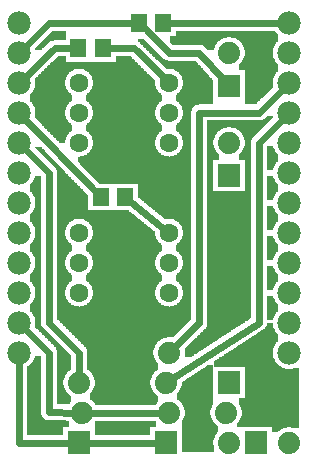
<source format=gbl>
G04 MADE WITH FRITZING*
G04 WWW.FRITZING.ORG*
G04 DOUBLE SIDED*
G04 HOLES PLATED*
G04 CONTOUR ON CENTER OF CONTOUR VECTOR*
%ASAXBY*%
%FSLAX23Y23*%
%MOIN*%
%OFA0B0*%
%SFA1.0B1.0*%
%ADD10C,0.075000*%
%ADD11C,0.078000*%
%ADD12C,0.074000*%
%ADD13C,0.063000*%
%ADD14R,0.055118X0.059055*%
%ADD15C,0.024000*%
%ADD16R,0.001000X0.001000*%
%LNCOPPER0*%
G90*
G70*
G54D10*
X757Y832D03*
X381Y1266D03*
X866Y380D03*
X658Y235D03*
G54D11*
X72Y1473D03*
X72Y1373D03*
X72Y1273D03*
X72Y1173D03*
X72Y1073D03*
X72Y973D03*
X72Y873D03*
X72Y773D03*
X72Y673D03*
X72Y573D03*
X72Y473D03*
X72Y373D03*
X972Y373D03*
X972Y473D03*
X972Y573D03*
X972Y673D03*
X972Y773D03*
X972Y873D03*
X972Y973D03*
X972Y1073D03*
X972Y1173D03*
X972Y1273D03*
X972Y1373D03*
X972Y1473D03*
G54D12*
X862Y73D03*
X972Y73D03*
X772Y1263D03*
X772Y1373D03*
X772Y963D03*
X772Y1073D03*
X562Y73D03*
X572Y173D03*
X562Y273D03*
X572Y373D03*
X772Y273D03*
X762Y173D03*
X772Y73D03*
X272Y73D03*
X282Y173D03*
X272Y273D03*
G54D13*
X572Y1273D03*
X572Y1173D03*
X572Y1073D03*
X272Y1073D03*
X272Y1173D03*
X272Y1273D03*
X572Y1273D03*
X572Y1173D03*
X572Y1073D03*
X272Y1073D03*
X272Y1173D03*
X272Y1273D03*
X572Y1273D03*
X572Y1173D03*
X572Y1073D03*
X272Y1073D03*
X272Y1173D03*
X272Y1273D03*
X572Y773D03*
X572Y673D03*
X572Y573D03*
X272Y573D03*
X272Y673D03*
X272Y773D03*
X572Y773D03*
X572Y673D03*
X572Y573D03*
X272Y573D03*
X272Y673D03*
X272Y773D03*
X572Y773D03*
X572Y673D03*
X572Y573D03*
X272Y573D03*
X272Y673D03*
X272Y773D03*
G54D14*
X351Y1388D03*
X270Y1388D03*
X426Y891D03*
X345Y891D03*
X553Y1473D03*
X472Y1473D03*
G54D15*
X191Y1387D02*
X248Y1388D01*
D02*
X86Y1286D02*
X191Y1387D01*
D02*
X561Y1284D02*
X454Y1387D01*
D02*
X454Y1387D02*
X373Y1388D01*
D02*
X560Y783D02*
X448Y873D01*
D02*
X172Y473D02*
X172Y972D01*
D02*
X172Y972D02*
X86Y1059D01*
D02*
X273Y373D02*
X172Y473D01*
D02*
X272Y293D02*
X273Y373D01*
D02*
X673Y1173D02*
X872Y1173D01*
D02*
X673Y471D02*
X673Y1173D01*
D02*
X872Y1173D02*
X959Y1259D01*
D02*
X586Y387D02*
X673Y472D01*
D02*
X872Y473D02*
X872Y473D01*
D02*
X579Y284D02*
X872Y473D01*
D02*
X872Y473D02*
X872Y1073D01*
D02*
X872Y1073D02*
X959Y1159D01*
D02*
X292Y73D02*
X542Y73D01*
D02*
X72Y73D02*
X252Y73D01*
D02*
X72Y354D02*
X72Y73D01*
D02*
X172Y174D02*
X172Y373D01*
D02*
X173Y373D02*
X86Y459D01*
D02*
X262Y173D02*
X172Y174D01*
D02*
X302Y173D02*
X552Y173D01*
D02*
X575Y1473D02*
X953Y1473D01*
D02*
X494Y1451D02*
X572Y1373D01*
D02*
X572Y1373D02*
X672Y1373D01*
D02*
X672Y1373D02*
X759Y1277D01*
D02*
X86Y1386D02*
X173Y1473D01*
D02*
X173Y1473D02*
X450Y1473D01*
D02*
X85Y1159D02*
X323Y914D01*
G36*
X182Y1445D02*
X182Y1443D01*
X180Y1443D01*
X180Y1441D01*
X178Y1441D01*
X178Y1439D01*
X176Y1439D01*
X176Y1437D01*
X174Y1437D01*
X174Y1435D01*
X172Y1435D01*
X172Y1433D01*
X170Y1433D01*
X170Y1431D01*
X168Y1431D01*
X168Y1429D01*
X166Y1429D01*
X166Y1427D01*
X164Y1427D01*
X164Y1425D01*
X162Y1425D01*
X162Y1423D01*
X160Y1423D01*
X160Y1421D01*
X158Y1421D01*
X158Y1419D01*
X156Y1419D01*
X156Y1417D01*
X154Y1417D01*
X154Y1415D01*
X152Y1415D01*
X152Y1413D01*
X150Y1413D01*
X150Y1411D01*
X148Y1411D01*
X148Y1409D01*
X146Y1409D01*
X146Y1407D01*
X144Y1407D01*
X144Y1405D01*
X142Y1405D01*
X142Y1403D01*
X140Y1403D01*
X140Y1401D01*
X138Y1401D01*
X138Y1399D01*
X136Y1399D01*
X136Y1397D01*
X134Y1397D01*
X134Y1395D01*
X132Y1395D01*
X132Y1393D01*
X130Y1393D01*
X130Y1391D01*
X128Y1391D01*
X128Y1389D01*
X126Y1389D01*
X126Y1381D01*
X146Y1381D01*
X146Y1383D01*
X148Y1383D01*
X148Y1385D01*
X150Y1385D01*
X150Y1387D01*
X152Y1387D01*
X152Y1389D01*
X154Y1389D01*
X154Y1391D01*
X156Y1391D01*
X156Y1393D01*
X160Y1393D01*
X160Y1395D01*
X162Y1395D01*
X162Y1397D01*
X164Y1397D01*
X164Y1399D01*
X166Y1399D01*
X166Y1401D01*
X168Y1401D01*
X168Y1403D01*
X170Y1403D01*
X170Y1405D01*
X172Y1405D01*
X172Y1407D01*
X174Y1407D01*
X174Y1409D01*
X176Y1409D01*
X176Y1411D01*
X180Y1411D01*
X180Y1413D01*
X188Y1413D01*
X188Y1415D01*
X228Y1415D01*
X228Y1445D01*
X182Y1445D01*
G37*
D02*
G36*
X596Y1445D02*
X596Y1429D01*
X594Y1429D01*
X594Y1427D01*
X574Y1427D01*
X574Y1425D01*
X778Y1425D01*
X778Y1423D01*
X788Y1423D01*
X788Y1421D01*
X794Y1421D01*
X794Y1419D01*
X796Y1419D01*
X796Y1417D01*
X800Y1417D01*
X800Y1415D01*
X804Y1415D01*
X804Y1413D01*
X806Y1413D01*
X806Y1411D01*
X808Y1411D01*
X808Y1409D01*
X810Y1409D01*
X810Y1407D01*
X812Y1407D01*
X812Y1405D01*
X814Y1405D01*
X814Y1401D01*
X816Y1401D01*
X816Y1399D01*
X818Y1399D01*
X818Y1395D01*
X820Y1395D01*
X820Y1391D01*
X822Y1391D01*
X822Y1383D01*
X824Y1383D01*
X824Y1363D01*
X822Y1363D01*
X822Y1355D01*
X820Y1355D01*
X820Y1351D01*
X818Y1351D01*
X818Y1347D01*
X816Y1347D01*
X816Y1343D01*
X814Y1343D01*
X814Y1341D01*
X812Y1341D01*
X812Y1339D01*
X810Y1339D01*
X810Y1335D01*
X806Y1335D01*
X806Y1315D01*
X824Y1315D01*
X824Y1201D01*
X862Y1201D01*
X862Y1203D01*
X864Y1203D01*
X864Y1205D01*
X866Y1205D01*
X866Y1207D01*
X868Y1207D01*
X868Y1209D01*
X870Y1209D01*
X870Y1211D01*
X872Y1211D01*
X872Y1213D01*
X874Y1213D01*
X874Y1215D01*
X876Y1215D01*
X876Y1217D01*
X878Y1217D01*
X878Y1219D01*
X880Y1219D01*
X880Y1221D01*
X884Y1221D01*
X884Y1223D01*
X886Y1223D01*
X886Y1225D01*
X888Y1225D01*
X888Y1227D01*
X890Y1227D01*
X890Y1229D01*
X892Y1229D01*
X892Y1231D01*
X894Y1231D01*
X894Y1233D01*
X896Y1233D01*
X896Y1235D01*
X898Y1235D01*
X898Y1237D01*
X900Y1237D01*
X900Y1239D01*
X902Y1239D01*
X902Y1241D01*
X904Y1241D01*
X904Y1243D01*
X906Y1243D01*
X906Y1245D01*
X908Y1245D01*
X908Y1247D01*
X910Y1247D01*
X910Y1249D01*
X912Y1249D01*
X912Y1251D01*
X914Y1251D01*
X914Y1253D01*
X916Y1253D01*
X916Y1255D01*
X918Y1255D01*
X918Y1281D01*
X920Y1281D01*
X920Y1289D01*
X922Y1289D01*
X922Y1295D01*
X924Y1295D01*
X924Y1299D01*
X926Y1299D01*
X926Y1301D01*
X928Y1301D01*
X928Y1305D01*
X930Y1305D01*
X930Y1307D01*
X932Y1307D01*
X932Y1309D01*
X934Y1309D01*
X934Y1311D01*
X936Y1311D01*
X936Y1333D01*
X934Y1333D01*
X934Y1335D01*
X932Y1335D01*
X932Y1337D01*
X930Y1337D01*
X930Y1341D01*
X928Y1341D01*
X928Y1343D01*
X926Y1343D01*
X926Y1347D01*
X924Y1347D01*
X924Y1351D01*
X922Y1351D01*
X922Y1355D01*
X920Y1355D01*
X920Y1363D01*
X918Y1363D01*
X918Y1381D01*
X920Y1381D01*
X920Y1389D01*
X922Y1389D01*
X922Y1395D01*
X924Y1395D01*
X924Y1399D01*
X926Y1399D01*
X926Y1401D01*
X928Y1401D01*
X928Y1405D01*
X930Y1405D01*
X930Y1407D01*
X932Y1407D01*
X932Y1409D01*
X934Y1409D01*
X934Y1411D01*
X936Y1411D01*
X936Y1433D01*
X934Y1433D01*
X934Y1435D01*
X932Y1435D01*
X932Y1437D01*
X930Y1437D01*
X930Y1441D01*
X928Y1441D01*
X928Y1443D01*
X926Y1443D01*
X926Y1445D01*
X596Y1445D01*
G37*
D02*
G36*
X574Y1425D02*
X574Y1407D01*
X576Y1407D01*
X576Y1405D01*
X578Y1405D01*
X578Y1403D01*
X580Y1403D01*
X580Y1401D01*
X582Y1401D01*
X582Y1399D01*
X680Y1399D01*
X680Y1397D01*
X686Y1397D01*
X686Y1395D01*
X688Y1395D01*
X688Y1393D01*
X690Y1393D01*
X690Y1391D01*
X692Y1391D01*
X692Y1389D01*
X694Y1389D01*
X694Y1387D01*
X696Y1387D01*
X696Y1385D01*
X698Y1385D01*
X698Y1383D01*
X700Y1383D01*
X700Y1381D01*
X722Y1381D01*
X722Y1389D01*
X724Y1389D01*
X724Y1395D01*
X726Y1395D01*
X726Y1397D01*
X728Y1397D01*
X728Y1401D01*
X730Y1401D01*
X730Y1403D01*
X732Y1403D01*
X732Y1407D01*
X734Y1407D01*
X734Y1409D01*
X736Y1409D01*
X736Y1411D01*
X738Y1411D01*
X738Y1413D01*
X742Y1413D01*
X742Y1415D01*
X744Y1415D01*
X744Y1417D01*
X748Y1417D01*
X748Y1419D01*
X752Y1419D01*
X752Y1421D01*
X756Y1421D01*
X756Y1423D01*
X766Y1423D01*
X766Y1425D01*
X574Y1425D01*
G37*
D02*
G36*
X898Y1161D02*
X898Y1159D01*
X896Y1159D01*
X896Y1157D01*
X894Y1157D01*
X894Y1155D01*
X892Y1155D01*
X892Y1153D01*
X888Y1153D01*
X888Y1151D01*
X886Y1151D01*
X886Y1149D01*
X882Y1149D01*
X882Y1147D01*
X700Y1147D01*
X700Y1125D01*
X778Y1125D01*
X778Y1123D01*
X788Y1123D01*
X788Y1121D01*
X794Y1121D01*
X794Y1119D01*
X796Y1119D01*
X796Y1117D01*
X800Y1117D01*
X800Y1115D01*
X804Y1115D01*
X804Y1113D01*
X806Y1113D01*
X806Y1111D01*
X808Y1111D01*
X808Y1109D01*
X810Y1109D01*
X810Y1107D01*
X812Y1107D01*
X812Y1105D01*
X814Y1105D01*
X814Y1101D01*
X816Y1101D01*
X816Y1099D01*
X818Y1099D01*
X818Y1095D01*
X820Y1095D01*
X820Y1091D01*
X822Y1091D01*
X822Y1083D01*
X824Y1083D01*
X824Y1063D01*
X822Y1063D01*
X822Y1055D01*
X820Y1055D01*
X820Y1051D01*
X818Y1051D01*
X818Y1047D01*
X816Y1047D01*
X816Y1043D01*
X814Y1043D01*
X814Y1041D01*
X812Y1041D01*
X812Y1039D01*
X810Y1039D01*
X810Y1035D01*
X806Y1035D01*
X806Y1015D01*
X824Y1015D01*
X824Y911D01*
X846Y911D01*
X846Y1081D01*
X848Y1081D01*
X848Y1087D01*
X850Y1087D01*
X850Y1089D01*
X852Y1089D01*
X852Y1091D01*
X854Y1091D01*
X854Y1093D01*
X856Y1093D01*
X856Y1095D01*
X858Y1095D01*
X858Y1097D01*
X860Y1097D01*
X860Y1099D01*
X862Y1099D01*
X862Y1101D01*
X864Y1101D01*
X864Y1103D01*
X866Y1103D01*
X866Y1105D01*
X868Y1105D01*
X868Y1107D01*
X870Y1107D01*
X870Y1109D01*
X872Y1109D01*
X872Y1111D01*
X874Y1111D01*
X874Y1113D01*
X876Y1113D01*
X876Y1115D01*
X878Y1115D01*
X878Y1117D01*
X880Y1117D01*
X880Y1119D01*
X882Y1119D01*
X882Y1121D01*
X884Y1121D01*
X884Y1123D01*
X886Y1123D01*
X886Y1125D01*
X888Y1125D01*
X888Y1127D01*
X890Y1127D01*
X890Y1129D01*
X892Y1129D01*
X892Y1131D01*
X894Y1131D01*
X894Y1133D01*
X896Y1133D01*
X896Y1135D01*
X898Y1135D01*
X898Y1137D01*
X900Y1137D01*
X900Y1139D01*
X902Y1139D01*
X902Y1141D01*
X904Y1141D01*
X904Y1143D01*
X906Y1143D01*
X906Y1145D01*
X908Y1145D01*
X908Y1147D01*
X910Y1147D01*
X910Y1149D01*
X912Y1149D01*
X912Y1151D01*
X914Y1151D01*
X914Y1153D01*
X916Y1153D01*
X916Y1155D01*
X918Y1155D01*
X918Y1161D01*
X898Y1161D01*
G37*
D02*
G36*
X700Y1125D02*
X700Y911D01*
X720Y911D01*
X720Y1015D01*
X738Y1015D01*
X738Y1035D01*
X736Y1035D01*
X736Y1037D01*
X734Y1037D01*
X734Y1039D01*
X732Y1039D01*
X732Y1041D01*
X730Y1041D01*
X730Y1043D01*
X728Y1043D01*
X728Y1047D01*
X726Y1047D01*
X726Y1051D01*
X724Y1051D01*
X724Y1055D01*
X722Y1055D01*
X722Y1065D01*
X720Y1065D01*
X720Y1081D01*
X722Y1081D01*
X722Y1089D01*
X724Y1089D01*
X724Y1095D01*
X726Y1095D01*
X726Y1097D01*
X728Y1097D01*
X728Y1101D01*
X730Y1101D01*
X730Y1103D01*
X732Y1103D01*
X732Y1107D01*
X734Y1107D01*
X734Y1109D01*
X736Y1109D01*
X736Y1111D01*
X738Y1111D01*
X738Y1113D01*
X742Y1113D01*
X742Y1115D01*
X744Y1115D01*
X744Y1117D01*
X748Y1117D01*
X748Y1119D01*
X752Y1119D01*
X752Y1121D01*
X756Y1121D01*
X756Y1123D01*
X766Y1123D01*
X766Y1125D01*
X700Y1125D01*
G37*
D02*
G36*
X700Y911D02*
X700Y909D01*
X846Y909D01*
X846Y911D01*
X700Y911D01*
G37*
D02*
G36*
X700Y911D02*
X700Y909D01*
X846Y909D01*
X846Y911D01*
X700Y911D01*
G37*
D02*
G36*
X700Y909D02*
X700Y465D01*
X698Y465D01*
X698Y459D01*
X696Y459D01*
X696Y457D01*
X694Y457D01*
X694Y453D01*
X692Y453D01*
X692Y451D01*
X690Y451D01*
X690Y449D01*
X688Y449D01*
X688Y447D01*
X686Y447D01*
X686Y445D01*
X684Y445D01*
X684Y443D01*
X682Y443D01*
X682Y441D01*
X680Y441D01*
X680Y439D01*
X678Y439D01*
X678Y437D01*
X676Y437D01*
X676Y435D01*
X674Y435D01*
X674Y433D01*
X672Y433D01*
X672Y431D01*
X670Y431D01*
X670Y429D01*
X668Y429D01*
X668Y427D01*
X666Y427D01*
X666Y425D01*
X664Y425D01*
X664Y423D01*
X662Y423D01*
X662Y421D01*
X658Y421D01*
X658Y419D01*
X656Y419D01*
X656Y417D01*
X654Y417D01*
X654Y415D01*
X652Y415D01*
X652Y413D01*
X650Y413D01*
X650Y411D01*
X648Y411D01*
X648Y409D01*
X646Y409D01*
X646Y407D01*
X644Y407D01*
X644Y405D01*
X642Y405D01*
X642Y403D01*
X640Y403D01*
X640Y401D01*
X638Y401D01*
X638Y399D01*
X636Y399D01*
X636Y397D01*
X634Y397D01*
X634Y395D01*
X632Y395D01*
X632Y393D01*
X630Y393D01*
X630Y391D01*
X628Y391D01*
X628Y389D01*
X626Y389D01*
X626Y387D01*
X624Y387D01*
X624Y357D01*
X644Y357D01*
X644Y359D01*
X648Y359D01*
X648Y361D01*
X650Y361D01*
X650Y363D01*
X654Y363D01*
X654Y365D01*
X656Y365D01*
X656Y367D01*
X660Y367D01*
X660Y369D01*
X664Y369D01*
X664Y371D01*
X666Y371D01*
X666Y373D01*
X670Y373D01*
X670Y375D01*
X672Y375D01*
X672Y377D01*
X676Y377D01*
X676Y379D01*
X678Y379D01*
X678Y381D01*
X682Y381D01*
X682Y383D01*
X684Y383D01*
X684Y385D01*
X688Y385D01*
X688Y387D01*
X690Y387D01*
X690Y389D01*
X694Y389D01*
X694Y391D01*
X698Y391D01*
X698Y393D01*
X700Y393D01*
X700Y395D01*
X704Y395D01*
X704Y397D01*
X706Y397D01*
X706Y399D01*
X710Y399D01*
X710Y401D01*
X712Y401D01*
X712Y403D01*
X716Y403D01*
X716Y405D01*
X718Y405D01*
X718Y407D01*
X722Y407D01*
X722Y409D01*
X724Y409D01*
X724Y411D01*
X728Y411D01*
X728Y413D01*
X732Y413D01*
X732Y415D01*
X734Y415D01*
X734Y417D01*
X738Y417D01*
X738Y419D01*
X740Y419D01*
X740Y421D01*
X744Y421D01*
X744Y423D01*
X746Y423D01*
X746Y425D01*
X750Y425D01*
X750Y427D01*
X752Y427D01*
X752Y429D01*
X756Y429D01*
X756Y431D01*
X758Y431D01*
X758Y433D01*
X762Y433D01*
X762Y435D01*
X766Y435D01*
X766Y437D01*
X768Y437D01*
X768Y439D01*
X772Y439D01*
X772Y441D01*
X774Y441D01*
X774Y443D01*
X778Y443D01*
X778Y445D01*
X780Y445D01*
X780Y447D01*
X784Y447D01*
X784Y449D01*
X786Y449D01*
X786Y451D01*
X790Y451D01*
X790Y453D01*
X792Y453D01*
X792Y455D01*
X796Y455D01*
X796Y457D01*
X800Y457D01*
X800Y459D01*
X802Y459D01*
X802Y461D01*
X806Y461D01*
X806Y463D01*
X808Y463D01*
X808Y465D01*
X812Y465D01*
X812Y467D01*
X814Y467D01*
X814Y469D01*
X818Y469D01*
X818Y471D01*
X820Y471D01*
X820Y473D01*
X824Y473D01*
X824Y475D01*
X826Y475D01*
X826Y477D01*
X830Y477D01*
X830Y479D01*
X834Y479D01*
X834Y481D01*
X836Y481D01*
X836Y483D01*
X840Y483D01*
X840Y485D01*
X842Y485D01*
X842Y487D01*
X846Y487D01*
X846Y909D01*
X700Y909D01*
G37*
D02*
G36*
X900Y1063D02*
X900Y981D01*
X920Y981D01*
X920Y989D01*
X922Y989D01*
X922Y995D01*
X924Y995D01*
X924Y999D01*
X926Y999D01*
X926Y1001D01*
X928Y1001D01*
X928Y1005D01*
X930Y1005D01*
X930Y1007D01*
X932Y1007D01*
X932Y1009D01*
X934Y1009D01*
X934Y1011D01*
X936Y1011D01*
X936Y1033D01*
X934Y1033D01*
X934Y1035D01*
X932Y1035D01*
X932Y1037D01*
X930Y1037D01*
X930Y1041D01*
X928Y1041D01*
X928Y1043D01*
X926Y1043D01*
X926Y1047D01*
X924Y1047D01*
X924Y1051D01*
X922Y1051D01*
X922Y1055D01*
X920Y1055D01*
X920Y1063D01*
X900Y1063D01*
G37*
D02*
G36*
X470Y1417D02*
X470Y1407D01*
X474Y1407D01*
X474Y1405D01*
X476Y1405D01*
X476Y1403D01*
X478Y1403D01*
X478Y1401D01*
X480Y1401D01*
X480Y1399D01*
X482Y1399D01*
X482Y1397D01*
X484Y1397D01*
X484Y1395D01*
X486Y1395D01*
X486Y1393D01*
X488Y1393D01*
X488Y1391D01*
X490Y1391D01*
X490Y1389D01*
X492Y1389D01*
X492Y1387D01*
X494Y1387D01*
X494Y1385D01*
X496Y1385D01*
X496Y1383D01*
X498Y1383D01*
X498Y1381D01*
X500Y1381D01*
X500Y1379D01*
X502Y1379D01*
X502Y1377D01*
X504Y1377D01*
X504Y1375D01*
X506Y1375D01*
X506Y1373D01*
X508Y1373D01*
X508Y1371D01*
X510Y1371D01*
X510Y1369D01*
X512Y1369D01*
X512Y1367D01*
X514Y1367D01*
X514Y1365D01*
X516Y1365D01*
X516Y1363D01*
X518Y1363D01*
X518Y1361D01*
X520Y1361D01*
X520Y1359D01*
X522Y1359D01*
X522Y1357D01*
X524Y1357D01*
X524Y1355D01*
X526Y1355D01*
X526Y1353D01*
X528Y1353D01*
X528Y1351D01*
X530Y1351D01*
X530Y1349D01*
X534Y1349D01*
X534Y1347D01*
X536Y1347D01*
X536Y1345D01*
X538Y1345D01*
X538Y1343D01*
X540Y1343D01*
X540Y1341D01*
X542Y1341D01*
X542Y1339D01*
X544Y1339D01*
X544Y1337D01*
X546Y1337D01*
X546Y1335D01*
X548Y1335D01*
X548Y1333D01*
X550Y1333D01*
X550Y1331D01*
X552Y1331D01*
X552Y1329D01*
X554Y1329D01*
X554Y1327D01*
X556Y1327D01*
X556Y1325D01*
X558Y1325D01*
X558Y1323D01*
X560Y1323D01*
X560Y1321D01*
X562Y1321D01*
X562Y1319D01*
X580Y1319D01*
X580Y1317D01*
X588Y1317D01*
X588Y1315D01*
X592Y1315D01*
X592Y1313D01*
X596Y1313D01*
X596Y1311D01*
X600Y1311D01*
X600Y1309D01*
X602Y1309D01*
X602Y1307D01*
X604Y1307D01*
X604Y1305D01*
X606Y1305D01*
X606Y1303D01*
X608Y1303D01*
X608Y1301D01*
X610Y1301D01*
X610Y1297D01*
X612Y1297D01*
X612Y1295D01*
X614Y1295D01*
X614Y1291D01*
X616Y1291D01*
X616Y1283D01*
X618Y1283D01*
X618Y1261D01*
X616Y1261D01*
X616Y1255D01*
X614Y1255D01*
X614Y1251D01*
X612Y1251D01*
X612Y1247D01*
X610Y1247D01*
X610Y1245D01*
X608Y1245D01*
X608Y1243D01*
X606Y1243D01*
X606Y1239D01*
X604Y1239D01*
X604Y1237D01*
X600Y1237D01*
X600Y1235D01*
X598Y1235D01*
X598Y1233D01*
X594Y1233D01*
X594Y1213D01*
X596Y1213D01*
X596Y1211D01*
X600Y1211D01*
X600Y1209D01*
X602Y1209D01*
X602Y1207D01*
X604Y1207D01*
X604Y1205D01*
X606Y1205D01*
X606Y1203D01*
X608Y1203D01*
X608Y1201D01*
X610Y1201D01*
X610Y1197D01*
X612Y1197D01*
X612Y1195D01*
X614Y1195D01*
X614Y1191D01*
X616Y1191D01*
X616Y1183D01*
X618Y1183D01*
X618Y1161D01*
X616Y1161D01*
X616Y1155D01*
X614Y1155D01*
X614Y1151D01*
X612Y1151D01*
X612Y1147D01*
X610Y1147D01*
X610Y1145D01*
X608Y1145D01*
X608Y1143D01*
X606Y1143D01*
X606Y1139D01*
X604Y1139D01*
X604Y1137D01*
X600Y1137D01*
X600Y1135D01*
X598Y1135D01*
X598Y1133D01*
X594Y1133D01*
X594Y1113D01*
X596Y1113D01*
X596Y1111D01*
X600Y1111D01*
X600Y1109D01*
X602Y1109D01*
X602Y1107D01*
X604Y1107D01*
X604Y1105D01*
X606Y1105D01*
X606Y1103D01*
X608Y1103D01*
X608Y1101D01*
X610Y1101D01*
X610Y1097D01*
X612Y1097D01*
X612Y1095D01*
X614Y1095D01*
X614Y1091D01*
X616Y1091D01*
X616Y1083D01*
X618Y1083D01*
X618Y1061D01*
X616Y1061D01*
X616Y1055D01*
X614Y1055D01*
X614Y1051D01*
X612Y1051D01*
X612Y1047D01*
X610Y1047D01*
X610Y1045D01*
X608Y1045D01*
X608Y1043D01*
X606Y1043D01*
X606Y1039D01*
X604Y1039D01*
X604Y1037D01*
X600Y1037D01*
X600Y1035D01*
X598Y1035D01*
X598Y1033D01*
X594Y1033D01*
X594Y1031D01*
X590Y1031D01*
X590Y1029D01*
X584Y1029D01*
X584Y1027D01*
X574Y1027D01*
X574Y1025D01*
X646Y1025D01*
X646Y1179D01*
X648Y1179D01*
X648Y1185D01*
X650Y1185D01*
X650Y1189D01*
X652Y1189D01*
X652Y1191D01*
X654Y1191D01*
X654Y1193D01*
X656Y1193D01*
X656Y1195D01*
X660Y1195D01*
X660Y1197D01*
X662Y1197D01*
X662Y1199D01*
X672Y1199D01*
X672Y1201D01*
X720Y1201D01*
X720Y1281D01*
X718Y1281D01*
X718Y1283D01*
X716Y1283D01*
X716Y1285D01*
X714Y1285D01*
X714Y1287D01*
X712Y1287D01*
X712Y1289D01*
X710Y1289D01*
X710Y1291D01*
X708Y1291D01*
X708Y1293D01*
X706Y1293D01*
X706Y1297D01*
X704Y1297D01*
X704Y1299D01*
X702Y1299D01*
X702Y1301D01*
X700Y1301D01*
X700Y1303D01*
X698Y1303D01*
X698Y1305D01*
X696Y1305D01*
X696Y1307D01*
X694Y1307D01*
X694Y1309D01*
X692Y1309D01*
X692Y1311D01*
X690Y1311D01*
X690Y1313D01*
X688Y1313D01*
X688Y1315D01*
X686Y1315D01*
X686Y1319D01*
X684Y1319D01*
X684Y1321D01*
X682Y1321D01*
X682Y1323D01*
X680Y1323D01*
X680Y1325D01*
X678Y1325D01*
X678Y1327D01*
X676Y1327D01*
X676Y1329D01*
X674Y1329D01*
X674Y1331D01*
X672Y1331D01*
X672Y1333D01*
X670Y1333D01*
X670Y1335D01*
X668Y1335D01*
X668Y1337D01*
X666Y1337D01*
X666Y1341D01*
X664Y1341D01*
X664Y1343D01*
X662Y1343D01*
X662Y1345D01*
X568Y1345D01*
X568Y1347D01*
X562Y1347D01*
X562Y1349D01*
X558Y1349D01*
X558Y1351D01*
X554Y1351D01*
X554Y1353D01*
X552Y1353D01*
X552Y1355D01*
X550Y1355D01*
X550Y1357D01*
X548Y1357D01*
X548Y1359D01*
X546Y1359D01*
X546Y1361D01*
X544Y1361D01*
X544Y1363D01*
X542Y1363D01*
X542Y1365D01*
X540Y1365D01*
X540Y1367D01*
X538Y1367D01*
X538Y1369D01*
X536Y1369D01*
X536Y1371D01*
X534Y1371D01*
X534Y1373D01*
X532Y1373D01*
X532Y1375D01*
X530Y1375D01*
X530Y1377D01*
X528Y1377D01*
X528Y1379D01*
X526Y1379D01*
X526Y1381D01*
X524Y1381D01*
X524Y1383D01*
X522Y1383D01*
X522Y1385D01*
X520Y1385D01*
X520Y1387D01*
X518Y1387D01*
X518Y1389D01*
X516Y1389D01*
X516Y1391D01*
X514Y1391D01*
X514Y1393D01*
X512Y1393D01*
X512Y1395D01*
X510Y1395D01*
X510Y1397D01*
X508Y1397D01*
X508Y1399D01*
X506Y1399D01*
X506Y1401D01*
X504Y1401D01*
X504Y1403D01*
X502Y1403D01*
X502Y1405D01*
X500Y1405D01*
X500Y1407D01*
X498Y1407D01*
X498Y1409D01*
X496Y1409D01*
X496Y1411D01*
X494Y1411D01*
X494Y1413D01*
X492Y1413D01*
X492Y1415D01*
X490Y1415D01*
X490Y1417D01*
X470Y1417D01*
G37*
D02*
G36*
X202Y1361D02*
X202Y1359D01*
X200Y1359D01*
X200Y1357D01*
X198Y1357D01*
X198Y1355D01*
X196Y1355D01*
X196Y1353D01*
X194Y1353D01*
X194Y1351D01*
X192Y1351D01*
X192Y1349D01*
X190Y1349D01*
X190Y1347D01*
X188Y1347D01*
X188Y1345D01*
X186Y1345D01*
X186Y1343D01*
X228Y1343D01*
X228Y1361D01*
X202Y1361D01*
G37*
D02*
G36*
X394Y1361D02*
X394Y1343D01*
X460Y1343D01*
X460Y1345D01*
X458Y1345D01*
X458Y1347D01*
X456Y1347D01*
X456Y1349D01*
X454Y1349D01*
X454Y1351D01*
X452Y1351D01*
X452Y1353D01*
X450Y1353D01*
X450Y1355D01*
X448Y1355D01*
X448Y1357D01*
X446Y1357D01*
X446Y1359D01*
X444Y1359D01*
X444Y1361D01*
X394Y1361D01*
G37*
D02*
G36*
X182Y1343D02*
X182Y1341D01*
X462Y1341D01*
X462Y1343D01*
X182Y1343D01*
G37*
D02*
G36*
X182Y1343D02*
X182Y1341D01*
X462Y1341D01*
X462Y1343D01*
X182Y1343D01*
G37*
D02*
G36*
X180Y1341D02*
X180Y1339D01*
X178Y1339D01*
X178Y1337D01*
X176Y1337D01*
X176Y1335D01*
X174Y1335D01*
X174Y1333D01*
X172Y1333D01*
X172Y1331D01*
X170Y1331D01*
X170Y1329D01*
X168Y1329D01*
X168Y1327D01*
X166Y1327D01*
X166Y1325D01*
X164Y1325D01*
X164Y1323D01*
X162Y1323D01*
X162Y1321D01*
X160Y1321D01*
X160Y1319D01*
X280Y1319D01*
X280Y1317D01*
X288Y1317D01*
X288Y1315D01*
X292Y1315D01*
X292Y1313D01*
X296Y1313D01*
X296Y1311D01*
X300Y1311D01*
X300Y1309D01*
X302Y1309D01*
X302Y1307D01*
X304Y1307D01*
X304Y1305D01*
X306Y1305D01*
X306Y1303D01*
X308Y1303D01*
X308Y1301D01*
X310Y1301D01*
X310Y1297D01*
X312Y1297D01*
X312Y1295D01*
X314Y1295D01*
X314Y1291D01*
X316Y1291D01*
X316Y1283D01*
X318Y1283D01*
X318Y1261D01*
X316Y1261D01*
X316Y1255D01*
X314Y1255D01*
X314Y1251D01*
X312Y1251D01*
X312Y1247D01*
X310Y1247D01*
X310Y1245D01*
X308Y1245D01*
X308Y1243D01*
X306Y1243D01*
X306Y1239D01*
X304Y1239D01*
X304Y1237D01*
X300Y1237D01*
X300Y1235D01*
X298Y1235D01*
X298Y1233D01*
X294Y1233D01*
X294Y1213D01*
X296Y1213D01*
X296Y1211D01*
X300Y1211D01*
X300Y1209D01*
X302Y1209D01*
X302Y1207D01*
X304Y1207D01*
X304Y1205D01*
X306Y1205D01*
X306Y1203D01*
X308Y1203D01*
X308Y1201D01*
X310Y1201D01*
X310Y1197D01*
X312Y1197D01*
X312Y1195D01*
X314Y1195D01*
X314Y1191D01*
X316Y1191D01*
X316Y1183D01*
X318Y1183D01*
X318Y1161D01*
X316Y1161D01*
X316Y1155D01*
X314Y1155D01*
X314Y1151D01*
X312Y1151D01*
X312Y1147D01*
X310Y1147D01*
X310Y1145D01*
X308Y1145D01*
X308Y1143D01*
X306Y1143D01*
X306Y1139D01*
X304Y1139D01*
X304Y1137D01*
X300Y1137D01*
X300Y1135D01*
X298Y1135D01*
X298Y1133D01*
X294Y1133D01*
X294Y1113D01*
X296Y1113D01*
X296Y1111D01*
X300Y1111D01*
X300Y1109D01*
X302Y1109D01*
X302Y1107D01*
X304Y1107D01*
X304Y1105D01*
X306Y1105D01*
X306Y1103D01*
X308Y1103D01*
X308Y1101D01*
X310Y1101D01*
X310Y1097D01*
X312Y1097D01*
X312Y1095D01*
X314Y1095D01*
X314Y1091D01*
X316Y1091D01*
X316Y1083D01*
X318Y1083D01*
X318Y1061D01*
X316Y1061D01*
X316Y1055D01*
X314Y1055D01*
X314Y1051D01*
X312Y1051D01*
X312Y1047D01*
X310Y1047D01*
X310Y1045D01*
X308Y1045D01*
X308Y1043D01*
X306Y1043D01*
X306Y1039D01*
X304Y1039D01*
X304Y1037D01*
X300Y1037D01*
X300Y1035D01*
X298Y1035D01*
X298Y1033D01*
X294Y1033D01*
X294Y1031D01*
X290Y1031D01*
X290Y1029D01*
X284Y1029D01*
X284Y1027D01*
X274Y1027D01*
X274Y1025D01*
X572Y1025D01*
X572Y1027D01*
X560Y1027D01*
X560Y1029D01*
X554Y1029D01*
X554Y1031D01*
X550Y1031D01*
X550Y1033D01*
X546Y1033D01*
X546Y1035D01*
X544Y1035D01*
X544Y1037D01*
X542Y1037D01*
X542Y1039D01*
X538Y1039D01*
X538Y1043D01*
X536Y1043D01*
X536Y1045D01*
X534Y1045D01*
X534Y1047D01*
X532Y1047D01*
X532Y1051D01*
X530Y1051D01*
X530Y1055D01*
X528Y1055D01*
X528Y1063D01*
X526Y1063D01*
X526Y1083D01*
X528Y1083D01*
X528Y1089D01*
X530Y1089D01*
X530Y1093D01*
X532Y1093D01*
X532Y1097D01*
X534Y1097D01*
X534Y1101D01*
X536Y1101D01*
X536Y1103D01*
X538Y1103D01*
X538Y1105D01*
X540Y1105D01*
X540Y1107D01*
X542Y1107D01*
X542Y1109D01*
X546Y1109D01*
X546Y1111D01*
X548Y1111D01*
X548Y1113D01*
X550Y1113D01*
X550Y1133D01*
X546Y1133D01*
X546Y1135D01*
X544Y1135D01*
X544Y1137D01*
X542Y1137D01*
X542Y1139D01*
X538Y1139D01*
X538Y1143D01*
X536Y1143D01*
X536Y1145D01*
X534Y1145D01*
X534Y1147D01*
X532Y1147D01*
X532Y1151D01*
X530Y1151D01*
X530Y1155D01*
X528Y1155D01*
X528Y1163D01*
X526Y1163D01*
X526Y1183D01*
X528Y1183D01*
X528Y1189D01*
X530Y1189D01*
X530Y1193D01*
X532Y1193D01*
X532Y1197D01*
X534Y1197D01*
X534Y1201D01*
X536Y1201D01*
X536Y1203D01*
X538Y1203D01*
X538Y1205D01*
X540Y1205D01*
X540Y1207D01*
X542Y1207D01*
X542Y1209D01*
X546Y1209D01*
X546Y1211D01*
X548Y1211D01*
X548Y1213D01*
X550Y1213D01*
X550Y1233D01*
X546Y1233D01*
X546Y1235D01*
X544Y1235D01*
X544Y1237D01*
X542Y1237D01*
X542Y1239D01*
X538Y1239D01*
X538Y1243D01*
X536Y1243D01*
X536Y1245D01*
X534Y1245D01*
X534Y1247D01*
X532Y1247D01*
X532Y1251D01*
X530Y1251D01*
X530Y1255D01*
X528Y1255D01*
X528Y1263D01*
X526Y1263D01*
X526Y1281D01*
X524Y1281D01*
X524Y1283D01*
X522Y1283D01*
X522Y1285D01*
X520Y1285D01*
X520Y1287D01*
X518Y1287D01*
X518Y1289D01*
X516Y1289D01*
X516Y1291D01*
X514Y1291D01*
X514Y1293D01*
X512Y1293D01*
X512Y1295D01*
X510Y1295D01*
X510Y1297D01*
X506Y1297D01*
X506Y1299D01*
X504Y1299D01*
X504Y1301D01*
X502Y1301D01*
X502Y1303D01*
X500Y1303D01*
X500Y1305D01*
X498Y1305D01*
X498Y1307D01*
X496Y1307D01*
X496Y1309D01*
X494Y1309D01*
X494Y1311D01*
X492Y1311D01*
X492Y1313D01*
X490Y1313D01*
X490Y1315D01*
X488Y1315D01*
X488Y1317D01*
X486Y1317D01*
X486Y1319D01*
X484Y1319D01*
X484Y1321D01*
X482Y1321D01*
X482Y1323D01*
X480Y1323D01*
X480Y1325D01*
X478Y1325D01*
X478Y1327D01*
X476Y1327D01*
X476Y1329D01*
X474Y1329D01*
X474Y1331D01*
X472Y1331D01*
X472Y1333D01*
X470Y1333D01*
X470Y1335D01*
X468Y1335D01*
X468Y1337D01*
X466Y1337D01*
X466Y1339D01*
X464Y1339D01*
X464Y1341D01*
X180Y1341D01*
G37*
D02*
G36*
X158Y1319D02*
X158Y1317D01*
X156Y1317D01*
X156Y1315D01*
X154Y1315D01*
X154Y1313D01*
X152Y1313D01*
X152Y1311D01*
X150Y1311D01*
X150Y1309D01*
X148Y1309D01*
X148Y1307D01*
X146Y1307D01*
X146Y1305D01*
X144Y1305D01*
X144Y1303D01*
X142Y1303D01*
X142Y1301D01*
X140Y1301D01*
X140Y1299D01*
X138Y1299D01*
X138Y1297D01*
X136Y1297D01*
X136Y1295D01*
X134Y1295D01*
X134Y1293D01*
X132Y1293D01*
X132Y1291D01*
X130Y1291D01*
X130Y1289D01*
X128Y1289D01*
X128Y1287D01*
X126Y1287D01*
X126Y1261D01*
X124Y1261D01*
X124Y1255D01*
X122Y1255D01*
X122Y1249D01*
X120Y1249D01*
X120Y1247D01*
X118Y1247D01*
X118Y1243D01*
X116Y1243D01*
X116Y1241D01*
X114Y1241D01*
X114Y1237D01*
X112Y1237D01*
X112Y1235D01*
X110Y1235D01*
X110Y1233D01*
X108Y1233D01*
X108Y1211D01*
X110Y1211D01*
X110Y1209D01*
X112Y1209D01*
X112Y1207D01*
X114Y1207D01*
X114Y1205D01*
X116Y1205D01*
X116Y1203D01*
X118Y1203D01*
X118Y1199D01*
X120Y1199D01*
X120Y1195D01*
X122Y1195D01*
X122Y1191D01*
X124Y1191D01*
X124Y1183D01*
X126Y1183D01*
X126Y1155D01*
X128Y1155D01*
X128Y1153D01*
X130Y1153D01*
X130Y1151D01*
X132Y1151D01*
X132Y1149D01*
X134Y1149D01*
X134Y1147D01*
X136Y1147D01*
X136Y1145D01*
X138Y1145D01*
X138Y1143D01*
X140Y1143D01*
X140Y1141D01*
X142Y1141D01*
X142Y1139D01*
X144Y1139D01*
X144Y1137D01*
X146Y1137D01*
X146Y1135D01*
X148Y1135D01*
X148Y1131D01*
X150Y1131D01*
X150Y1129D01*
X152Y1129D01*
X152Y1127D01*
X154Y1127D01*
X154Y1125D01*
X156Y1125D01*
X156Y1123D01*
X158Y1123D01*
X158Y1121D01*
X160Y1121D01*
X160Y1119D01*
X162Y1119D01*
X162Y1117D01*
X164Y1117D01*
X164Y1115D01*
X166Y1115D01*
X166Y1113D01*
X168Y1113D01*
X168Y1111D01*
X170Y1111D01*
X170Y1109D01*
X172Y1109D01*
X172Y1107D01*
X174Y1107D01*
X174Y1105D01*
X176Y1105D01*
X176Y1103D01*
X178Y1103D01*
X178Y1101D01*
X180Y1101D01*
X180Y1099D01*
X182Y1099D01*
X182Y1097D01*
X184Y1097D01*
X184Y1095D01*
X186Y1095D01*
X186Y1093D01*
X188Y1093D01*
X188Y1091D01*
X190Y1091D01*
X190Y1089D01*
X192Y1089D01*
X192Y1087D01*
X194Y1087D01*
X194Y1085D01*
X196Y1085D01*
X196Y1083D01*
X198Y1083D01*
X198Y1081D01*
X200Y1081D01*
X200Y1079D01*
X202Y1079D01*
X202Y1077D01*
X204Y1077D01*
X204Y1075D01*
X206Y1075D01*
X206Y1073D01*
X226Y1073D01*
X226Y1083D01*
X228Y1083D01*
X228Y1089D01*
X230Y1089D01*
X230Y1093D01*
X232Y1093D01*
X232Y1097D01*
X234Y1097D01*
X234Y1101D01*
X236Y1101D01*
X236Y1103D01*
X238Y1103D01*
X238Y1105D01*
X240Y1105D01*
X240Y1107D01*
X242Y1107D01*
X242Y1109D01*
X246Y1109D01*
X246Y1111D01*
X248Y1111D01*
X248Y1113D01*
X250Y1113D01*
X250Y1133D01*
X246Y1133D01*
X246Y1135D01*
X244Y1135D01*
X244Y1137D01*
X242Y1137D01*
X242Y1139D01*
X238Y1139D01*
X238Y1143D01*
X236Y1143D01*
X236Y1145D01*
X234Y1145D01*
X234Y1147D01*
X232Y1147D01*
X232Y1151D01*
X230Y1151D01*
X230Y1155D01*
X228Y1155D01*
X228Y1163D01*
X226Y1163D01*
X226Y1183D01*
X228Y1183D01*
X228Y1189D01*
X230Y1189D01*
X230Y1193D01*
X232Y1193D01*
X232Y1197D01*
X234Y1197D01*
X234Y1201D01*
X236Y1201D01*
X236Y1203D01*
X238Y1203D01*
X238Y1205D01*
X240Y1205D01*
X240Y1207D01*
X242Y1207D01*
X242Y1209D01*
X246Y1209D01*
X246Y1211D01*
X248Y1211D01*
X248Y1213D01*
X250Y1213D01*
X250Y1233D01*
X246Y1233D01*
X246Y1235D01*
X244Y1235D01*
X244Y1237D01*
X242Y1237D01*
X242Y1239D01*
X238Y1239D01*
X238Y1243D01*
X236Y1243D01*
X236Y1245D01*
X234Y1245D01*
X234Y1247D01*
X232Y1247D01*
X232Y1251D01*
X230Y1251D01*
X230Y1255D01*
X228Y1255D01*
X228Y1263D01*
X226Y1263D01*
X226Y1283D01*
X228Y1283D01*
X228Y1289D01*
X230Y1289D01*
X230Y1293D01*
X232Y1293D01*
X232Y1297D01*
X234Y1297D01*
X234Y1301D01*
X236Y1301D01*
X236Y1303D01*
X238Y1303D01*
X238Y1305D01*
X240Y1305D01*
X240Y1307D01*
X242Y1307D01*
X242Y1309D01*
X246Y1309D01*
X246Y1311D01*
X248Y1311D01*
X248Y1313D01*
X252Y1313D01*
X252Y1315D01*
X256Y1315D01*
X256Y1317D01*
X264Y1317D01*
X264Y1319D01*
X158Y1319D01*
G37*
D02*
G36*
X126Y1059D02*
X126Y1055D01*
X128Y1055D01*
X128Y1053D01*
X130Y1053D01*
X130Y1051D01*
X132Y1051D01*
X132Y1049D01*
X134Y1049D01*
X134Y1047D01*
X136Y1047D01*
X136Y1045D01*
X138Y1045D01*
X138Y1043D01*
X140Y1043D01*
X140Y1041D01*
X142Y1041D01*
X142Y1039D01*
X144Y1039D01*
X144Y1037D01*
X146Y1037D01*
X146Y1035D01*
X148Y1035D01*
X148Y1033D01*
X150Y1033D01*
X150Y1031D01*
X152Y1031D01*
X152Y1029D01*
X154Y1029D01*
X154Y1027D01*
X156Y1027D01*
X156Y1025D01*
X158Y1025D01*
X158Y1023D01*
X160Y1023D01*
X160Y1021D01*
X162Y1021D01*
X162Y1019D01*
X164Y1019D01*
X164Y1017D01*
X166Y1017D01*
X166Y1015D01*
X168Y1015D01*
X168Y1013D01*
X170Y1013D01*
X170Y1011D01*
X172Y1011D01*
X172Y1009D01*
X174Y1009D01*
X174Y1007D01*
X176Y1007D01*
X176Y1005D01*
X178Y1005D01*
X178Y1003D01*
X180Y1003D01*
X180Y1001D01*
X182Y1001D01*
X182Y999D01*
X184Y999D01*
X184Y997D01*
X186Y997D01*
X186Y995D01*
X188Y995D01*
X188Y993D01*
X190Y993D01*
X190Y991D01*
X192Y991D01*
X192Y989D01*
X194Y989D01*
X194Y987D01*
X196Y987D01*
X196Y983D01*
X198Y983D01*
X198Y975D01*
X200Y975D01*
X200Y819D01*
X280Y819D01*
X280Y817D01*
X288Y817D01*
X288Y815D01*
X292Y815D01*
X292Y813D01*
X296Y813D01*
X296Y811D01*
X300Y811D01*
X300Y809D01*
X302Y809D01*
X302Y807D01*
X304Y807D01*
X304Y805D01*
X306Y805D01*
X306Y803D01*
X308Y803D01*
X308Y801D01*
X310Y801D01*
X310Y797D01*
X312Y797D01*
X312Y795D01*
X314Y795D01*
X314Y791D01*
X316Y791D01*
X316Y783D01*
X318Y783D01*
X318Y761D01*
X316Y761D01*
X316Y755D01*
X314Y755D01*
X314Y751D01*
X312Y751D01*
X312Y747D01*
X310Y747D01*
X310Y745D01*
X308Y745D01*
X308Y741D01*
X306Y741D01*
X306Y739D01*
X304Y739D01*
X304Y737D01*
X300Y737D01*
X300Y735D01*
X298Y735D01*
X298Y733D01*
X294Y733D01*
X294Y713D01*
X296Y713D01*
X296Y711D01*
X300Y711D01*
X300Y709D01*
X302Y709D01*
X302Y707D01*
X304Y707D01*
X304Y705D01*
X306Y705D01*
X306Y703D01*
X308Y703D01*
X308Y701D01*
X310Y701D01*
X310Y697D01*
X312Y697D01*
X312Y695D01*
X314Y695D01*
X314Y691D01*
X316Y691D01*
X316Y683D01*
X318Y683D01*
X318Y661D01*
X316Y661D01*
X316Y655D01*
X314Y655D01*
X314Y651D01*
X312Y651D01*
X312Y647D01*
X310Y647D01*
X310Y645D01*
X308Y645D01*
X308Y641D01*
X306Y641D01*
X306Y639D01*
X304Y639D01*
X304Y637D01*
X300Y637D01*
X300Y635D01*
X298Y635D01*
X298Y633D01*
X294Y633D01*
X294Y613D01*
X296Y613D01*
X296Y611D01*
X300Y611D01*
X300Y609D01*
X302Y609D01*
X302Y607D01*
X304Y607D01*
X304Y605D01*
X306Y605D01*
X306Y603D01*
X308Y603D01*
X308Y601D01*
X310Y601D01*
X310Y597D01*
X312Y597D01*
X312Y595D01*
X314Y595D01*
X314Y591D01*
X316Y591D01*
X316Y583D01*
X318Y583D01*
X318Y561D01*
X316Y561D01*
X316Y555D01*
X314Y555D01*
X314Y551D01*
X312Y551D01*
X312Y547D01*
X310Y547D01*
X310Y545D01*
X308Y545D01*
X308Y541D01*
X306Y541D01*
X306Y539D01*
X304Y539D01*
X304Y537D01*
X300Y537D01*
X300Y535D01*
X298Y535D01*
X298Y533D01*
X294Y533D01*
X294Y531D01*
X290Y531D01*
X290Y529D01*
X284Y529D01*
X284Y527D01*
X274Y527D01*
X274Y525D01*
X572Y525D01*
X572Y527D01*
X560Y527D01*
X560Y529D01*
X554Y529D01*
X554Y531D01*
X550Y531D01*
X550Y533D01*
X546Y533D01*
X546Y535D01*
X544Y535D01*
X544Y537D01*
X542Y537D01*
X542Y539D01*
X538Y539D01*
X538Y543D01*
X536Y543D01*
X536Y545D01*
X534Y545D01*
X534Y547D01*
X532Y547D01*
X532Y551D01*
X530Y551D01*
X530Y555D01*
X528Y555D01*
X528Y563D01*
X526Y563D01*
X526Y583D01*
X528Y583D01*
X528Y589D01*
X530Y589D01*
X530Y593D01*
X532Y593D01*
X532Y597D01*
X534Y597D01*
X534Y601D01*
X536Y601D01*
X536Y603D01*
X538Y603D01*
X538Y605D01*
X540Y605D01*
X540Y607D01*
X542Y607D01*
X542Y609D01*
X546Y609D01*
X546Y611D01*
X548Y611D01*
X548Y613D01*
X550Y613D01*
X550Y633D01*
X546Y633D01*
X546Y635D01*
X544Y635D01*
X544Y637D01*
X542Y637D01*
X542Y639D01*
X538Y639D01*
X538Y643D01*
X536Y643D01*
X536Y645D01*
X534Y645D01*
X534Y647D01*
X532Y647D01*
X532Y651D01*
X530Y651D01*
X530Y655D01*
X528Y655D01*
X528Y663D01*
X526Y663D01*
X526Y683D01*
X528Y683D01*
X528Y689D01*
X530Y689D01*
X530Y693D01*
X532Y693D01*
X532Y697D01*
X534Y697D01*
X534Y701D01*
X536Y701D01*
X536Y703D01*
X538Y703D01*
X538Y705D01*
X540Y705D01*
X540Y707D01*
X542Y707D01*
X542Y709D01*
X546Y709D01*
X546Y711D01*
X548Y711D01*
X548Y713D01*
X550Y713D01*
X550Y733D01*
X546Y733D01*
X546Y735D01*
X544Y735D01*
X544Y737D01*
X542Y737D01*
X542Y739D01*
X538Y739D01*
X538Y743D01*
X536Y743D01*
X536Y745D01*
X534Y745D01*
X534Y747D01*
X532Y747D01*
X532Y751D01*
X530Y751D01*
X530Y755D01*
X528Y755D01*
X528Y763D01*
X526Y763D01*
X526Y775D01*
X524Y775D01*
X524Y777D01*
X522Y777D01*
X522Y779D01*
X520Y779D01*
X520Y781D01*
X518Y781D01*
X518Y783D01*
X514Y783D01*
X514Y785D01*
X512Y785D01*
X512Y787D01*
X510Y787D01*
X510Y789D01*
X508Y789D01*
X508Y791D01*
X506Y791D01*
X506Y793D01*
X502Y793D01*
X502Y795D01*
X500Y795D01*
X500Y797D01*
X498Y797D01*
X498Y799D01*
X496Y799D01*
X496Y801D01*
X492Y801D01*
X492Y803D01*
X490Y803D01*
X490Y805D01*
X488Y805D01*
X488Y807D01*
X486Y807D01*
X486Y809D01*
X482Y809D01*
X482Y811D01*
X480Y811D01*
X480Y813D01*
X478Y813D01*
X478Y815D01*
X476Y815D01*
X476Y817D01*
X472Y817D01*
X472Y819D01*
X470Y819D01*
X470Y821D01*
X468Y821D01*
X468Y823D01*
X466Y823D01*
X466Y825D01*
X462Y825D01*
X462Y827D01*
X460Y827D01*
X460Y829D01*
X458Y829D01*
X458Y831D01*
X456Y831D01*
X456Y833D01*
X454Y833D01*
X454Y835D01*
X450Y835D01*
X450Y837D01*
X448Y837D01*
X448Y839D01*
X446Y839D01*
X446Y841D01*
X444Y841D01*
X444Y843D01*
X440Y843D01*
X440Y845D01*
X438Y845D01*
X438Y847D01*
X302Y847D01*
X302Y897D01*
X300Y897D01*
X300Y899D01*
X298Y899D01*
X298Y901D01*
X296Y901D01*
X296Y903D01*
X294Y903D01*
X294Y905D01*
X292Y905D01*
X292Y907D01*
X290Y907D01*
X290Y909D01*
X288Y909D01*
X288Y911D01*
X286Y911D01*
X286Y915D01*
X284Y915D01*
X284Y917D01*
X282Y917D01*
X282Y919D01*
X280Y919D01*
X280Y921D01*
X278Y921D01*
X278Y923D01*
X276Y923D01*
X276Y925D01*
X274Y925D01*
X274Y927D01*
X272Y927D01*
X272Y929D01*
X270Y929D01*
X270Y931D01*
X268Y931D01*
X268Y933D01*
X266Y933D01*
X266Y935D01*
X264Y935D01*
X264Y937D01*
X262Y937D01*
X262Y939D01*
X260Y939D01*
X260Y941D01*
X258Y941D01*
X258Y943D01*
X256Y943D01*
X256Y945D01*
X254Y945D01*
X254Y947D01*
X252Y947D01*
X252Y949D01*
X250Y949D01*
X250Y951D01*
X248Y951D01*
X248Y953D01*
X246Y953D01*
X246Y955D01*
X244Y955D01*
X244Y957D01*
X242Y957D01*
X242Y959D01*
X240Y959D01*
X240Y961D01*
X238Y961D01*
X238Y963D01*
X236Y963D01*
X236Y965D01*
X234Y965D01*
X234Y967D01*
X232Y967D01*
X232Y969D01*
X230Y969D01*
X230Y971D01*
X228Y971D01*
X228Y973D01*
X226Y973D01*
X226Y975D01*
X224Y975D01*
X224Y979D01*
X222Y979D01*
X222Y981D01*
X220Y981D01*
X220Y983D01*
X218Y983D01*
X218Y985D01*
X216Y985D01*
X216Y987D01*
X214Y987D01*
X214Y989D01*
X212Y989D01*
X212Y991D01*
X210Y991D01*
X210Y993D01*
X208Y993D01*
X208Y995D01*
X206Y995D01*
X206Y997D01*
X204Y997D01*
X204Y999D01*
X202Y999D01*
X202Y1001D01*
X200Y1001D01*
X200Y1003D01*
X198Y1003D01*
X198Y1005D01*
X196Y1005D01*
X196Y1007D01*
X194Y1007D01*
X194Y1009D01*
X192Y1009D01*
X192Y1011D01*
X190Y1011D01*
X190Y1013D01*
X188Y1013D01*
X188Y1015D01*
X186Y1015D01*
X186Y1017D01*
X184Y1017D01*
X184Y1019D01*
X182Y1019D01*
X182Y1021D01*
X180Y1021D01*
X180Y1023D01*
X178Y1023D01*
X178Y1025D01*
X176Y1025D01*
X176Y1027D01*
X174Y1027D01*
X174Y1029D01*
X172Y1029D01*
X172Y1031D01*
X170Y1031D01*
X170Y1033D01*
X168Y1033D01*
X168Y1035D01*
X166Y1035D01*
X166Y1037D01*
X164Y1037D01*
X164Y1039D01*
X162Y1039D01*
X162Y1041D01*
X160Y1041D01*
X160Y1045D01*
X158Y1045D01*
X158Y1047D01*
X156Y1047D01*
X156Y1049D01*
X154Y1049D01*
X154Y1051D01*
X152Y1051D01*
X152Y1053D01*
X150Y1053D01*
X150Y1055D01*
X148Y1055D01*
X148Y1057D01*
X146Y1057D01*
X146Y1059D01*
X126Y1059D01*
G37*
D02*
G36*
X270Y1025D02*
X270Y1023D01*
X646Y1023D01*
X646Y1025D01*
X270Y1025D01*
G37*
D02*
G36*
X270Y1025D02*
X270Y1023D01*
X646Y1023D01*
X646Y1025D01*
X270Y1025D01*
G37*
D02*
G36*
X270Y1023D02*
X270Y1007D01*
X272Y1007D01*
X272Y1005D01*
X274Y1005D01*
X274Y1001D01*
X276Y1001D01*
X276Y999D01*
X278Y999D01*
X278Y997D01*
X280Y997D01*
X280Y995D01*
X282Y995D01*
X282Y993D01*
X284Y993D01*
X284Y991D01*
X286Y991D01*
X286Y989D01*
X288Y989D01*
X288Y987D01*
X290Y987D01*
X290Y985D01*
X292Y985D01*
X292Y983D01*
X294Y983D01*
X294Y981D01*
X296Y981D01*
X296Y979D01*
X298Y979D01*
X298Y977D01*
X300Y977D01*
X300Y975D01*
X302Y975D01*
X302Y973D01*
X304Y973D01*
X304Y971D01*
X306Y971D01*
X306Y969D01*
X308Y969D01*
X308Y967D01*
X310Y967D01*
X310Y965D01*
X312Y965D01*
X312Y963D01*
X314Y963D01*
X314Y961D01*
X316Y961D01*
X316Y959D01*
X318Y959D01*
X318Y957D01*
X320Y957D01*
X320Y955D01*
X322Y955D01*
X322Y953D01*
X324Y953D01*
X324Y951D01*
X326Y951D01*
X326Y949D01*
X328Y949D01*
X328Y947D01*
X330Y947D01*
X330Y945D01*
X332Y945D01*
X332Y943D01*
X334Y943D01*
X334Y941D01*
X336Y941D01*
X336Y937D01*
X338Y937D01*
X338Y935D01*
X468Y935D01*
X468Y891D01*
X470Y891D01*
X470Y889D01*
X472Y889D01*
X472Y887D01*
X474Y887D01*
X474Y885D01*
X478Y885D01*
X478Y883D01*
X480Y883D01*
X480Y881D01*
X482Y881D01*
X482Y879D01*
X484Y879D01*
X484Y877D01*
X488Y877D01*
X488Y875D01*
X490Y875D01*
X490Y873D01*
X492Y873D01*
X492Y871D01*
X494Y871D01*
X494Y869D01*
X496Y869D01*
X496Y867D01*
X500Y867D01*
X500Y865D01*
X502Y865D01*
X502Y863D01*
X504Y863D01*
X504Y861D01*
X506Y861D01*
X506Y859D01*
X510Y859D01*
X510Y857D01*
X512Y857D01*
X512Y855D01*
X514Y855D01*
X514Y853D01*
X516Y853D01*
X516Y851D01*
X520Y851D01*
X520Y849D01*
X522Y849D01*
X522Y847D01*
X524Y847D01*
X524Y845D01*
X526Y845D01*
X526Y843D01*
X530Y843D01*
X530Y841D01*
X532Y841D01*
X532Y839D01*
X534Y839D01*
X534Y837D01*
X536Y837D01*
X536Y835D01*
X538Y835D01*
X538Y833D01*
X542Y833D01*
X542Y831D01*
X544Y831D01*
X544Y829D01*
X546Y829D01*
X546Y827D01*
X548Y827D01*
X548Y825D01*
X552Y825D01*
X552Y823D01*
X554Y823D01*
X554Y821D01*
X556Y821D01*
X556Y819D01*
X580Y819D01*
X580Y817D01*
X588Y817D01*
X588Y815D01*
X592Y815D01*
X592Y813D01*
X596Y813D01*
X596Y811D01*
X600Y811D01*
X600Y809D01*
X602Y809D01*
X602Y807D01*
X604Y807D01*
X604Y805D01*
X606Y805D01*
X606Y803D01*
X608Y803D01*
X608Y801D01*
X610Y801D01*
X610Y797D01*
X612Y797D01*
X612Y795D01*
X614Y795D01*
X614Y791D01*
X616Y791D01*
X616Y783D01*
X618Y783D01*
X618Y761D01*
X616Y761D01*
X616Y755D01*
X614Y755D01*
X614Y751D01*
X612Y751D01*
X612Y747D01*
X610Y747D01*
X610Y745D01*
X608Y745D01*
X608Y743D01*
X606Y743D01*
X606Y739D01*
X604Y739D01*
X604Y737D01*
X600Y737D01*
X600Y735D01*
X598Y735D01*
X598Y733D01*
X594Y733D01*
X594Y713D01*
X596Y713D01*
X596Y711D01*
X600Y711D01*
X600Y709D01*
X602Y709D01*
X602Y707D01*
X604Y707D01*
X604Y705D01*
X606Y705D01*
X606Y703D01*
X608Y703D01*
X608Y701D01*
X610Y701D01*
X610Y697D01*
X612Y697D01*
X612Y695D01*
X614Y695D01*
X614Y691D01*
X616Y691D01*
X616Y683D01*
X618Y683D01*
X618Y661D01*
X616Y661D01*
X616Y655D01*
X614Y655D01*
X614Y651D01*
X612Y651D01*
X612Y647D01*
X610Y647D01*
X610Y645D01*
X608Y645D01*
X608Y643D01*
X606Y643D01*
X606Y639D01*
X604Y639D01*
X604Y637D01*
X600Y637D01*
X600Y635D01*
X598Y635D01*
X598Y633D01*
X594Y633D01*
X594Y613D01*
X596Y613D01*
X596Y611D01*
X600Y611D01*
X600Y609D01*
X602Y609D01*
X602Y607D01*
X604Y607D01*
X604Y605D01*
X606Y605D01*
X606Y603D01*
X608Y603D01*
X608Y601D01*
X610Y601D01*
X610Y597D01*
X612Y597D01*
X612Y595D01*
X614Y595D01*
X614Y591D01*
X616Y591D01*
X616Y583D01*
X618Y583D01*
X618Y561D01*
X616Y561D01*
X616Y555D01*
X614Y555D01*
X614Y551D01*
X612Y551D01*
X612Y547D01*
X610Y547D01*
X610Y545D01*
X608Y545D01*
X608Y543D01*
X606Y543D01*
X606Y539D01*
X604Y539D01*
X604Y537D01*
X600Y537D01*
X600Y535D01*
X598Y535D01*
X598Y533D01*
X594Y533D01*
X594Y531D01*
X590Y531D01*
X590Y529D01*
X584Y529D01*
X584Y527D01*
X574Y527D01*
X574Y525D01*
X646Y525D01*
X646Y1023D01*
X270Y1023D01*
G37*
D02*
G36*
X200Y819D02*
X200Y525D01*
X272Y525D01*
X272Y527D01*
X260Y527D01*
X260Y529D01*
X254Y529D01*
X254Y531D01*
X250Y531D01*
X250Y533D01*
X246Y533D01*
X246Y535D01*
X244Y535D01*
X244Y537D01*
X242Y537D01*
X242Y539D01*
X238Y539D01*
X238Y543D01*
X236Y543D01*
X236Y545D01*
X234Y545D01*
X234Y547D01*
X232Y547D01*
X232Y551D01*
X230Y551D01*
X230Y555D01*
X228Y555D01*
X228Y563D01*
X226Y563D01*
X226Y583D01*
X228Y583D01*
X228Y589D01*
X230Y589D01*
X230Y593D01*
X232Y593D01*
X232Y597D01*
X234Y597D01*
X234Y601D01*
X236Y601D01*
X236Y603D01*
X238Y603D01*
X238Y605D01*
X240Y605D01*
X240Y607D01*
X242Y607D01*
X242Y609D01*
X246Y609D01*
X246Y611D01*
X248Y611D01*
X248Y613D01*
X250Y613D01*
X250Y633D01*
X246Y633D01*
X246Y635D01*
X244Y635D01*
X244Y637D01*
X242Y637D01*
X242Y639D01*
X238Y639D01*
X238Y643D01*
X236Y643D01*
X236Y645D01*
X234Y645D01*
X234Y647D01*
X232Y647D01*
X232Y651D01*
X230Y651D01*
X230Y655D01*
X228Y655D01*
X228Y663D01*
X226Y663D01*
X226Y683D01*
X228Y683D01*
X228Y689D01*
X230Y689D01*
X230Y693D01*
X232Y693D01*
X232Y697D01*
X234Y697D01*
X234Y701D01*
X236Y701D01*
X236Y703D01*
X238Y703D01*
X238Y705D01*
X240Y705D01*
X240Y707D01*
X242Y707D01*
X242Y709D01*
X246Y709D01*
X246Y711D01*
X248Y711D01*
X248Y713D01*
X250Y713D01*
X250Y733D01*
X246Y733D01*
X246Y735D01*
X244Y735D01*
X244Y737D01*
X242Y737D01*
X242Y739D01*
X238Y739D01*
X238Y743D01*
X236Y743D01*
X236Y745D01*
X234Y745D01*
X234Y747D01*
X232Y747D01*
X232Y751D01*
X230Y751D01*
X230Y755D01*
X228Y755D01*
X228Y763D01*
X226Y763D01*
X226Y783D01*
X228Y783D01*
X228Y789D01*
X230Y789D01*
X230Y793D01*
X232Y793D01*
X232Y797D01*
X234Y797D01*
X234Y801D01*
X236Y801D01*
X236Y803D01*
X238Y803D01*
X238Y805D01*
X240Y805D01*
X240Y807D01*
X242Y807D01*
X242Y809D01*
X246Y809D01*
X246Y811D01*
X248Y811D01*
X248Y813D01*
X252Y813D01*
X252Y815D01*
X256Y815D01*
X256Y817D01*
X264Y817D01*
X264Y819D01*
X200Y819D01*
G37*
D02*
G36*
X200Y525D02*
X200Y523D01*
X646Y523D01*
X646Y525D01*
X200Y525D01*
G37*
D02*
G36*
X200Y525D02*
X200Y523D01*
X646Y523D01*
X646Y525D01*
X200Y525D01*
G37*
D02*
G36*
X200Y525D02*
X200Y523D01*
X646Y523D01*
X646Y525D01*
X200Y525D01*
G37*
D02*
G36*
X200Y523D02*
X200Y483D01*
X202Y483D01*
X202Y481D01*
X204Y481D01*
X204Y479D01*
X206Y479D01*
X206Y477D01*
X208Y477D01*
X208Y475D01*
X210Y475D01*
X210Y473D01*
X212Y473D01*
X212Y471D01*
X214Y471D01*
X214Y469D01*
X216Y469D01*
X216Y467D01*
X218Y467D01*
X218Y465D01*
X220Y465D01*
X220Y463D01*
X222Y463D01*
X222Y461D01*
X224Y461D01*
X224Y459D01*
X226Y459D01*
X226Y457D01*
X228Y457D01*
X228Y455D01*
X230Y455D01*
X230Y453D01*
X232Y453D01*
X232Y451D01*
X234Y451D01*
X234Y449D01*
X236Y449D01*
X236Y447D01*
X238Y447D01*
X238Y445D01*
X240Y445D01*
X240Y443D01*
X242Y443D01*
X242Y441D01*
X244Y441D01*
X244Y439D01*
X246Y439D01*
X246Y437D01*
X248Y437D01*
X248Y435D01*
X250Y435D01*
X250Y433D01*
X252Y433D01*
X252Y431D01*
X254Y431D01*
X254Y429D01*
X256Y429D01*
X256Y427D01*
X258Y427D01*
X258Y425D01*
X260Y425D01*
X260Y423D01*
X262Y423D01*
X262Y421D01*
X264Y421D01*
X264Y419D01*
X266Y419D01*
X266Y417D01*
X268Y417D01*
X268Y415D01*
X270Y415D01*
X270Y413D01*
X272Y413D01*
X272Y411D01*
X274Y411D01*
X274Y409D01*
X276Y409D01*
X276Y407D01*
X278Y407D01*
X278Y405D01*
X280Y405D01*
X280Y403D01*
X282Y403D01*
X282Y401D01*
X284Y401D01*
X284Y399D01*
X286Y399D01*
X286Y397D01*
X288Y397D01*
X288Y395D01*
X290Y395D01*
X290Y393D01*
X292Y393D01*
X292Y391D01*
X294Y391D01*
X294Y387D01*
X296Y387D01*
X296Y385D01*
X298Y385D01*
X298Y379D01*
X300Y379D01*
X300Y315D01*
X304Y315D01*
X304Y313D01*
X306Y313D01*
X306Y311D01*
X308Y311D01*
X308Y309D01*
X310Y309D01*
X310Y307D01*
X312Y307D01*
X312Y305D01*
X314Y305D01*
X314Y301D01*
X316Y301D01*
X316Y299D01*
X318Y299D01*
X318Y295D01*
X320Y295D01*
X320Y291D01*
X322Y291D01*
X322Y283D01*
X324Y283D01*
X324Y263D01*
X322Y263D01*
X322Y255D01*
X320Y255D01*
X320Y251D01*
X318Y251D01*
X318Y247D01*
X316Y247D01*
X316Y243D01*
X314Y243D01*
X314Y241D01*
X312Y241D01*
X312Y239D01*
X310Y239D01*
X310Y215D01*
X314Y215D01*
X314Y213D01*
X316Y213D01*
X316Y211D01*
X318Y211D01*
X318Y209D01*
X320Y209D01*
X320Y207D01*
X322Y207D01*
X322Y205D01*
X324Y205D01*
X324Y201D01*
X326Y201D01*
X326Y199D01*
X528Y199D01*
X528Y201D01*
X530Y201D01*
X530Y203D01*
X532Y203D01*
X532Y207D01*
X534Y207D01*
X534Y209D01*
X536Y209D01*
X536Y229D01*
X532Y229D01*
X532Y231D01*
X530Y231D01*
X530Y233D01*
X528Y233D01*
X528Y235D01*
X526Y235D01*
X526Y237D01*
X524Y237D01*
X524Y239D01*
X522Y239D01*
X522Y241D01*
X520Y241D01*
X520Y243D01*
X518Y243D01*
X518Y247D01*
X516Y247D01*
X516Y251D01*
X514Y251D01*
X514Y255D01*
X512Y255D01*
X512Y265D01*
X510Y265D01*
X510Y281D01*
X512Y281D01*
X512Y289D01*
X514Y289D01*
X514Y295D01*
X516Y295D01*
X516Y297D01*
X518Y297D01*
X518Y301D01*
X520Y301D01*
X520Y303D01*
X522Y303D01*
X522Y307D01*
X524Y307D01*
X524Y309D01*
X526Y309D01*
X526Y311D01*
X528Y311D01*
X528Y313D01*
X532Y313D01*
X532Y315D01*
X534Y315D01*
X534Y317D01*
X536Y317D01*
X536Y337D01*
X534Y337D01*
X534Y339D01*
X532Y339D01*
X532Y341D01*
X530Y341D01*
X530Y343D01*
X528Y343D01*
X528Y347D01*
X526Y347D01*
X526Y351D01*
X524Y351D01*
X524Y355D01*
X522Y355D01*
X522Y365D01*
X520Y365D01*
X520Y381D01*
X522Y381D01*
X522Y389D01*
X524Y389D01*
X524Y395D01*
X526Y395D01*
X526Y397D01*
X528Y397D01*
X528Y401D01*
X530Y401D01*
X530Y403D01*
X532Y403D01*
X532Y407D01*
X534Y407D01*
X534Y409D01*
X536Y409D01*
X536Y411D01*
X538Y411D01*
X538Y413D01*
X542Y413D01*
X542Y415D01*
X544Y415D01*
X544Y417D01*
X548Y417D01*
X548Y419D01*
X552Y419D01*
X552Y421D01*
X556Y421D01*
X556Y423D01*
X566Y423D01*
X566Y425D01*
X588Y425D01*
X588Y427D01*
X590Y427D01*
X590Y429D01*
X592Y429D01*
X592Y431D01*
X594Y431D01*
X594Y433D01*
X596Y433D01*
X596Y435D01*
X598Y435D01*
X598Y437D01*
X600Y437D01*
X600Y439D01*
X602Y439D01*
X602Y441D01*
X604Y441D01*
X604Y443D01*
X606Y443D01*
X606Y445D01*
X608Y445D01*
X608Y447D01*
X610Y447D01*
X610Y449D01*
X612Y449D01*
X612Y451D01*
X614Y451D01*
X614Y453D01*
X616Y453D01*
X616Y455D01*
X618Y455D01*
X618Y457D01*
X620Y457D01*
X620Y459D01*
X622Y459D01*
X622Y461D01*
X624Y461D01*
X624Y463D01*
X626Y463D01*
X626Y465D01*
X628Y465D01*
X628Y467D01*
X630Y467D01*
X630Y469D01*
X632Y469D01*
X632Y471D01*
X634Y471D01*
X634Y473D01*
X636Y473D01*
X636Y475D01*
X638Y475D01*
X638Y477D01*
X640Y477D01*
X640Y479D01*
X642Y479D01*
X642Y481D01*
X644Y481D01*
X644Y483D01*
X646Y483D01*
X646Y523D01*
X200Y523D01*
G37*
D02*
G36*
X900Y963D02*
X900Y881D01*
X920Y881D01*
X920Y889D01*
X922Y889D01*
X922Y895D01*
X924Y895D01*
X924Y899D01*
X926Y899D01*
X926Y901D01*
X928Y901D01*
X928Y905D01*
X930Y905D01*
X930Y907D01*
X932Y907D01*
X932Y909D01*
X934Y909D01*
X934Y911D01*
X936Y911D01*
X936Y933D01*
X934Y933D01*
X934Y935D01*
X932Y935D01*
X932Y937D01*
X930Y937D01*
X930Y941D01*
X928Y941D01*
X928Y943D01*
X926Y943D01*
X926Y947D01*
X924Y947D01*
X924Y951D01*
X922Y951D01*
X922Y955D01*
X920Y955D01*
X920Y963D01*
X900Y963D01*
G37*
D02*
G36*
X124Y961D02*
X124Y955D01*
X122Y955D01*
X122Y949D01*
X120Y949D01*
X120Y947D01*
X118Y947D01*
X118Y943D01*
X116Y943D01*
X116Y941D01*
X114Y941D01*
X114Y937D01*
X112Y937D01*
X112Y935D01*
X110Y935D01*
X110Y933D01*
X108Y933D01*
X108Y911D01*
X110Y911D01*
X110Y909D01*
X112Y909D01*
X112Y907D01*
X114Y907D01*
X114Y905D01*
X116Y905D01*
X116Y903D01*
X118Y903D01*
X118Y899D01*
X120Y899D01*
X120Y895D01*
X122Y895D01*
X122Y891D01*
X124Y891D01*
X124Y883D01*
X126Y883D01*
X126Y861D01*
X124Y861D01*
X124Y855D01*
X122Y855D01*
X122Y849D01*
X120Y849D01*
X120Y847D01*
X118Y847D01*
X118Y843D01*
X116Y843D01*
X116Y841D01*
X114Y841D01*
X114Y837D01*
X112Y837D01*
X112Y835D01*
X110Y835D01*
X110Y833D01*
X108Y833D01*
X108Y811D01*
X110Y811D01*
X110Y809D01*
X112Y809D01*
X112Y807D01*
X114Y807D01*
X114Y805D01*
X116Y805D01*
X116Y803D01*
X118Y803D01*
X118Y799D01*
X120Y799D01*
X120Y795D01*
X122Y795D01*
X122Y791D01*
X124Y791D01*
X124Y783D01*
X126Y783D01*
X126Y761D01*
X124Y761D01*
X124Y755D01*
X122Y755D01*
X122Y749D01*
X120Y749D01*
X120Y747D01*
X118Y747D01*
X118Y743D01*
X116Y743D01*
X116Y741D01*
X114Y741D01*
X114Y737D01*
X112Y737D01*
X112Y735D01*
X110Y735D01*
X110Y733D01*
X108Y733D01*
X108Y711D01*
X110Y711D01*
X110Y709D01*
X112Y709D01*
X112Y707D01*
X114Y707D01*
X114Y705D01*
X116Y705D01*
X116Y703D01*
X118Y703D01*
X118Y699D01*
X120Y699D01*
X120Y695D01*
X122Y695D01*
X122Y691D01*
X124Y691D01*
X124Y683D01*
X126Y683D01*
X126Y661D01*
X124Y661D01*
X124Y655D01*
X122Y655D01*
X122Y649D01*
X120Y649D01*
X120Y647D01*
X118Y647D01*
X118Y643D01*
X116Y643D01*
X116Y641D01*
X114Y641D01*
X114Y637D01*
X112Y637D01*
X112Y635D01*
X110Y635D01*
X110Y633D01*
X108Y633D01*
X108Y611D01*
X110Y611D01*
X110Y609D01*
X112Y609D01*
X112Y607D01*
X114Y607D01*
X114Y605D01*
X116Y605D01*
X116Y603D01*
X118Y603D01*
X118Y599D01*
X120Y599D01*
X120Y595D01*
X122Y595D01*
X122Y591D01*
X124Y591D01*
X124Y583D01*
X126Y583D01*
X126Y561D01*
X124Y561D01*
X124Y555D01*
X122Y555D01*
X122Y549D01*
X120Y549D01*
X120Y547D01*
X118Y547D01*
X118Y543D01*
X116Y543D01*
X116Y541D01*
X114Y541D01*
X114Y537D01*
X112Y537D01*
X112Y535D01*
X110Y535D01*
X110Y533D01*
X108Y533D01*
X108Y511D01*
X110Y511D01*
X110Y509D01*
X112Y509D01*
X112Y507D01*
X114Y507D01*
X114Y505D01*
X116Y505D01*
X116Y503D01*
X118Y503D01*
X118Y499D01*
X120Y499D01*
X120Y495D01*
X122Y495D01*
X122Y491D01*
X124Y491D01*
X124Y483D01*
X126Y483D01*
X126Y455D01*
X130Y455D01*
X130Y453D01*
X132Y453D01*
X132Y451D01*
X134Y451D01*
X134Y449D01*
X136Y449D01*
X136Y447D01*
X138Y447D01*
X138Y445D01*
X140Y445D01*
X140Y443D01*
X142Y443D01*
X142Y441D01*
X144Y441D01*
X144Y439D01*
X146Y439D01*
X146Y437D01*
X148Y437D01*
X148Y435D01*
X150Y435D01*
X150Y433D01*
X152Y433D01*
X152Y431D01*
X154Y431D01*
X154Y429D01*
X156Y429D01*
X156Y427D01*
X158Y427D01*
X158Y425D01*
X160Y425D01*
X160Y423D01*
X162Y423D01*
X162Y421D01*
X164Y421D01*
X164Y419D01*
X166Y419D01*
X166Y417D01*
X168Y417D01*
X168Y415D01*
X170Y415D01*
X170Y413D01*
X172Y413D01*
X172Y411D01*
X174Y411D01*
X174Y409D01*
X176Y409D01*
X176Y407D01*
X178Y407D01*
X178Y405D01*
X180Y405D01*
X180Y403D01*
X182Y403D01*
X182Y401D01*
X184Y401D01*
X184Y399D01*
X186Y399D01*
X186Y397D01*
X188Y397D01*
X188Y395D01*
X190Y395D01*
X190Y393D01*
X192Y393D01*
X192Y391D01*
X194Y391D01*
X194Y387D01*
X196Y387D01*
X196Y383D01*
X198Y383D01*
X198Y377D01*
X200Y377D01*
X200Y201D01*
X240Y201D01*
X240Y203D01*
X242Y203D01*
X242Y207D01*
X244Y207D01*
X244Y209D01*
X246Y209D01*
X246Y229D01*
X242Y229D01*
X242Y231D01*
X240Y231D01*
X240Y233D01*
X238Y233D01*
X238Y235D01*
X236Y235D01*
X236Y237D01*
X234Y237D01*
X234Y239D01*
X232Y239D01*
X232Y241D01*
X230Y241D01*
X230Y243D01*
X228Y243D01*
X228Y247D01*
X226Y247D01*
X226Y251D01*
X224Y251D01*
X224Y255D01*
X222Y255D01*
X222Y265D01*
X220Y265D01*
X220Y281D01*
X222Y281D01*
X222Y289D01*
X224Y289D01*
X224Y295D01*
X226Y295D01*
X226Y297D01*
X228Y297D01*
X228Y301D01*
X230Y301D01*
X230Y303D01*
X232Y303D01*
X232Y307D01*
X234Y307D01*
X234Y309D01*
X236Y309D01*
X236Y311D01*
X238Y311D01*
X238Y313D01*
X242Y313D01*
X242Y315D01*
X244Y315D01*
X244Y317D01*
X246Y317D01*
X246Y363D01*
X244Y363D01*
X244Y365D01*
X242Y365D01*
X242Y367D01*
X240Y367D01*
X240Y369D01*
X238Y369D01*
X238Y371D01*
X236Y371D01*
X236Y373D01*
X234Y373D01*
X234Y375D01*
X232Y375D01*
X232Y377D01*
X230Y377D01*
X230Y379D01*
X228Y379D01*
X228Y381D01*
X226Y381D01*
X226Y383D01*
X224Y383D01*
X224Y385D01*
X222Y385D01*
X222Y387D01*
X220Y387D01*
X220Y389D01*
X218Y389D01*
X218Y391D01*
X216Y391D01*
X216Y393D01*
X214Y393D01*
X214Y395D01*
X212Y395D01*
X212Y397D01*
X210Y397D01*
X210Y399D01*
X208Y399D01*
X208Y401D01*
X206Y401D01*
X206Y403D01*
X204Y403D01*
X204Y405D01*
X202Y405D01*
X202Y407D01*
X200Y407D01*
X200Y409D01*
X198Y409D01*
X198Y411D01*
X196Y411D01*
X196Y413D01*
X194Y413D01*
X194Y415D01*
X192Y415D01*
X192Y417D01*
X190Y417D01*
X190Y419D01*
X188Y419D01*
X188Y421D01*
X186Y421D01*
X186Y423D01*
X184Y423D01*
X184Y425D01*
X182Y425D01*
X182Y427D01*
X180Y427D01*
X180Y429D01*
X178Y429D01*
X178Y431D01*
X176Y431D01*
X176Y433D01*
X174Y433D01*
X174Y435D01*
X172Y435D01*
X172Y437D01*
X170Y437D01*
X170Y439D01*
X168Y439D01*
X168Y441D01*
X166Y441D01*
X166Y443D01*
X164Y443D01*
X164Y445D01*
X162Y445D01*
X162Y447D01*
X160Y447D01*
X160Y449D01*
X158Y449D01*
X158Y451D01*
X156Y451D01*
X156Y453D01*
X154Y453D01*
X154Y455D01*
X152Y455D01*
X152Y457D01*
X150Y457D01*
X150Y459D01*
X148Y459D01*
X148Y463D01*
X146Y463D01*
X146Y961D01*
X124Y961D01*
G37*
D02*
G36*
X900Y863D02*
X900Y781D01*
X920Y781D01*
X920Y789D01*
X922Y789D01*
X922Y795D01*
X924Y795D01*
X924Y799D01*
X926Y799D01*
X926Y801D01*
X928Y801D01*
X928Y805D01*
X930Y805D01*
X930Y807D01*
X932Y807D01*
X932Y809D01*
X934Y809D01*
X934Y811D01*
X936Y811D01*
X936Y833D01*
X934Y833D01*
X934Y835D01*
X932Y835D01*
X932Y837D01*
X930Y837D01*
X930Y841D01*
X928Y841D01*
X928Y843D01*
X926Y843D01*
X926Y847D01*
X924Y847D01*
X924Y851D01*
X922Y851D01*
X922Y855D01*
X920Y855D01*
X920Y863D01*
X900Y863D01*
G37*
D02*
G36*
X900Y763D02*
X900Y681D01*
X920Y681D01*
X920Y689D01*
X922Y689D01*
X922Y695D01*
X924Y695D01*
X924Y699D01*
X926Y699D01*
X926Y701D01*
X928Y701D01*
X928Y705D01*
X930Y705D01*
X930Y707D01*
X932Y707D01*
X932Y709D01*
X934Y709D01*
X934Y711D01*
X936Y711D01*
X936Y733D01*
X934Y733D01*
X934Y735D01*
X932Y735D01*
X932Y737D01*
X930Y737D01*
X930Y741D01*
X928Y741D01*
X928Y743D01*
X926Y743D01*
X926Y747D01*
X924Y747D01*
X924Y751D01*
X922Y751D01*
X922Y755D01*
X920Y755D01*
X920Y763D01*
X900Y763D01*
G37*
D02*
G36*
X900Y663D02*
X900Y581D01*
X920Y581D01*
X920Y589D01*
X922Y589D01*
X922Y595D01*
X924Y595D01*
X924Y599D01*
X926Y599D01*
X926Y601D01*
X928Y601D01*
X928Y605D01*
X930Y605D01*
X930Y607D01*
X932Y607D01*
X932Y609D01*
X934Y609D01*
X934Y611D01*
X936Y611D01*
X936Y633D01*
X934Y633D01*
X934Y635D01*
X932Y635D01*
X932Y637D01*
X930Y637D01*
X930Y641D01*
X928Y641D01*
X928Y643D01*
X926Y643D01*
X926Y647D01*
X924Y647D01*
X924Y651D01*
X922Y651D01*
X922Y655D01*
X920Y655D01*
X920Y663D01*
X900Y663D01*
G37*
D02*
G36*
X900Y563D02*
X900Y481D01*
X920Y481D01*
X920Y489D01*
X922Y489D01*
X922Y495D01*
X924Y495D01*
X924Y499D01*
X926Y499D01*
X926Y501D01*
X928Y501D01*
X928Y505D01*
X930Y505D01*
X930Y507D01*
X932Y507D01*
X932Y509D01*
X934Y509D01*
X934Y511D01*
X936Y511D01*
X936Y533D01*
X934Y533D01*
X934Y535D01*
X932Y535D01*
X932Y537D01*
X930Y537D01*
X930Y541D01*
X928Y541D01*
X928Y543D01*
X926Y543D01*
X926Y547D01*
X924Y547D01*
X924Y551D01*
X922Y551D01*
X922Y555D01*
X920Y555D01*
X920Y563D01*
X900Y563D01*
G37*
D02*
G36*
X898Y471D02*
X898Y463D01*
X896Y463D01*
X896Y459D01*
X894Y459D01*
X894Y457D01*
X892Y457D01*
X892Y453D01*
X888Y453D01*
X888Y451D01*
X886Y451D01*
X886Y449D01*
X882Y449D01*
X882Y447D01*
X880Y447D01*
X880Y445D01*
X876Y445D01*
X876Y443D01*
X874Y443D01*
X874Y441D01*
X870Y441D01*
X870Y439D01*
X868Y439D01*
X868Y437D01*
X864Y437D01*
X864Y435D01*
X862Y435D01*
X862Y433D01*
X858Y433D01*
X858Y431D01*
X856Y431D01*
X856Y429D01*
X852Y429D01*
X852Y427D01*
X848Y427D01*
X848Y425D01*
X846Y425D01*
X846Y423D01*
X842Y423D01*
X842Y421D01*
X840Y421D01*
X840Y419D01*
X836Y419D01*
X836Y417D01*
X834Y417D01*
X834Y415D01*
X830Y415D01*
X830Y413D01*
X828Y413D01*
X828Y411D01*
X824Y411D01*
X824Y409D01*
X822Y409D01*
X822Y407D01*
X818Y407D01*
X818Y405D01*
X814Y405D01*
X814Y403D01*
X812Y403D01*
X812Y401D01*
X808Y401D01*
X808Y399D01*
X806Y399D01*
X806Y397D01*
X802Y397D01*
X802Y395D01*
X800Y395D01*
X800Y393D01*
X796Y393D01*
X796Y391D01*
X794Y391D01*
X794Y389D01*
X790Y389D01*
X790Y387D01*
X788Y387D01*
X788Y385D01*
X784Y385D01*
X784Y383D01*
X782Y383D01*
X782Y381D01*
X778Y381D01*
X778Y379D01*
X774Y379D01*
X774Y377D01*
X772Y377D01*
X772Y375D01*
X768Y375D01*
X768Y373D01*
X766Y373D01*
X766Y371D01*
X762Y371D01*
X762Y369D01*
X760Y369D01*
X760Y367D01*
X756Y367D01*
X756Y365D01*
X754Y365D01*
X754Y363D01*
X750Y363D01*
X750Y361D01*
X748Y361D01*
X748Y359D01*
X744Y359D01*
X744Y357D01*
X740Y357D01*
X740Y355D01*
X738Y355D01*
X738Y353D01*
X734Y353D01*
X734Y351D01*
X732Y351D01*
X732Y349D01*
X728Y349D01*
X728Y347D01*
X726Y347D01*
X726Y345D01*
X722Y345D01*
X722Y325D01*
X824Y325D01*
X824Y319D01*
X960Y319D01*
X960Y321D01*
X952Y321D01*
X952Y323D01*
X948Y323D01*
X948Y325D01*
X946Y325D01*
X946Y327D01*
X942Y327D01*
X942Y329D01*
X940Y329D01*
X940Y331D01*
X936Y331D01*
X936Y333D01*
X934Y333D01*
X934Y335D01*
X932Y335D01*
X932Y337D01*
X930Y337D01*
X930Y341D01*
X928Y341D01*
X928Y343D01*
X926Y343D01*
X926Y347D01*
X924Y347D01*
X924Y351D01*
X922Y351D01*
X922Y355D01*
X920Y355D01*
X920Y363D01*
X918Y363D01*
X918Y381D01*
X920Y381D01*
X920Y389D01*
X922Y389D01*
X922Y395D01*
X924Y395D01*
X924Y399D01*
X926Y399D01*
X926Y401D01*
X928Y401D01*
X928Y405D01*
X930Y405D01*
X930Y407D01*
X932Y407D01*
X932Y409D01*
X934Y409D01*
X934Y411D01*
X936Y411D01*
X936Y433D01*
X934Y433D01*
X934Y435D01*
X932Y435D01*
X932Y437D01*
X930Y437D01*
X930Y441D01*
X928Y441D01*
X928Y443D01*
X926Y443D01*
X926Y447D01*
X924Y447D01*
X924Y451D01*
X922Y451D01*
X922Y455D01*
X920Y455D01*
X920Y463D01*
X918Y463D01*
X918Y471D01*
X898Y471D01*
G37*
D02*
G36*
X984Y321D02*
X984Y319D01*
X1004Y319D01*
X1004Y321D01*
X984Y321D01*
G37*
D02*
G36*
X824Y319D02*
X824Y317D01*
X1004Y317D01*
X1004Y319D01*
X824Y319D01*
G37*
D02*
G36*
X824Y319D02*
X824Y317D01*
X1004Y317D01*
X1004Y319D01*
X824Y319D01*
G37*
D02*
G36*
X824Y317D02*
X824Y221D01*
X804Y221D01*
X804Y201D01*
X806Y201D01*
X806Y199D01*
X808Y199D01*
X808Y195D01*
X810Y195D01*
X810Y191D01*
X812Y191D01*
X812Y183D01*
X814Y183D01*
X814Y163D01*
X812Y163D01*
X812Y155D01*
X810Y155D01*
X810Y151D01*
X808Y151D01*
X808Y147D01*
X806Y147D01*
X806Y143D01*
X804Y143D01*
X804Y141D01*
X802Y141D01*
X802Y139D01*
X800Y139D01*
X800Y125D01*
X978Y125D01*
X978Y123D01*
X1004Y123D01*
X1004Y317D01*
X824Y317D01*
G37*
D02*
G36*
X914Y125D02*
X914Y107D01*
X934Y107D01*
X934Y109D01*
X936Y109D01*
X936Y111D01*
X938Y111D01*
X938Y113D01*
X942Y113D01*
X942Y115D01*
X944Y115D01*
X944Y117D01*
X948Y117D01*
X948Y119D01*
X952Y119D01*
X952Y121D01*
X956Y121D01*
X956Y123D01*
X966Y123D01*
X966Y125D01*
X914Y125D01*
G37*
D02*
G36*
X124Y361D02*
X124Y355D01*
X122Y355D01*
X122Y349D01*
X120Y349D01*
X120Y347D01*
X118Y347D01*
X118Y343D01*
X116Y343D01*
X116Y341D01*
X114Y341D01*
X114Y337D01*
X112Y337D01*
X112Y335D01*
X110Y335D01*
X110Y333D01*
X108Y333D01*
X108Y331D01*
X106Y331D01*
X106Y329D01*
X102Y329D01*
X102Y327D01*
X100Y327D01*
X100Y291D01*
X98Y291D01*
X98Y99D01*
X220Y99D01*
X220Y125D01*
X238Y125D01*
X238Y145D01*
X228Y145D01*
X228Y147D01*
X164Y147D01*
X164Y149D01*
X160Y149D01*
X160Y151D01*
X156Y151D01*
X156Y153D01*
X154Y153D01*
X154Y155D01*
X152Y155D01*
X152Y157D01*
X150Y157D01*
X150Y161D01*
X148Y161D01*
X148Y165D01*
X146Y165D01*
X146Y361D01*
X124Y361D01*
G37*
D02*
G36*
X700Y331D02*
X700Y329D01*
X698Y329D01*
X698Y327D01*
X694Y327D01*
X694Y325D01*
X692Y325D01*
X692Y323D01*
X688Y323D01*
X688Y321D01*
X686Y321D01*
X686Y319D01*
X682Y319D01*
X682Y317D01*
X680Y317D01*
X680Y315D01*
X676Y315D01*
X676Y313D01*
X672Y313D01*
X672Y311D01*
X670Y311D01*
X670Y309D01*
X666Y309D01*
X666Y307D01*
X664Y307D01*
X664Y305D01*
X660Y305D01*
X660Y303D01*
X658Y303D01*
X658Y301D01*
X654Y301D01*
X654Y299D01*
X652Y299D01*
X652Y297D01*
X648Y297D01*
X648Y295D01*
X646Y295D01*
X646Y293D01*
X642Y293D01*
X642Y291D01*
X638Y291D01*
X638Y289D01*
X636Y289D01*
X636Y287D01*
X632Y287D01*
X632Y285D01*
X630Y285D01*
X630Y283D01*
X626Y283D01*
X626Y281D01*
X624Y281D01*
X624Y279D01*
X620Y279D01*
X620Y277D01*
X618Y277D01*
X618Y275D01*
X614Y275D01*
X614Y263D01*
X612Y263D01*
X612Y255D01*
X610Y255D01*
X610Y251D01*
X608Y251D01*
X608Y247D01*
X606Y247D01*
X606Y243D01*
X604Y243D01*
X604Y241D01*
X602Y241D01*
X602Y239D01*
X600Y239D01*
X600Y215D01*
X604Y215D01*
X604Y213D01*
X606Y213D01*
X606Y211D01*
X608Y211D01*
X608Y209D01*
X610Y209D01*
X610Y207D01*
X612Y207D01*
X612Y205D01*
X614Y205D01*
X614Y201D01*
X616Y201D01*
X616Y199D01*
X618Y199D01*
X618Y195D01*
X620Y195D01*
X620Y191D01*
X622Y191D01*
X622Y183D01*
X624Y183D01*
X624Y163D01*
X622Y163D01*
X622Y155D01*
X620Y155D01*
X620Y151D01*
X618Y151D01*
X618Y147D01*
X616Y147D01*
X616Y143D01*
X614Y143D01*
X614Y41D01*
X722Y41D01*
X722Y65D01*
X720Y65D01*
X720Y81D01*
X722Y81D01*
X722Y89D01*
X724Y89D01*
X724Y95D01*
X726Y95D01*
X726Y97D01*
X728Y97D01*
X728Y101D01*
X730Y101D01*
X730Y103D01*
X732Y103D01*
X732Y107D01*
X734Y107D01*
X734Y109D01*
X736Y109D01*
X736Y129D01*
X732Y129D01*
X732Y131D01*
X730Y131D01*
X730Y133D01*
X728Y133D01*
X728Y135D01*
X726Y135D01*
X726Y137D01*
X724Y137D01*
X724Y139D01*
X722Y139D01*
X722Y141D01*
X720Y141D01*
X720Y143D01*
X718Y143D01*
X718Y147D01*
X716Y147D01*
X716Y151D01*
X714Y151D01*
X714Y155D01*
X712Y155D01*
X712Y165D01*
X710Y165D01*
X710Y181D01*
X712Y181D01*
X712Y189D01*
X714Y189D01*
X714Y195D01*
X716Y195D01*
X716Y197D01*
X718Y197D01*
X718Y201D01*
X720Y201D01*
X720Y331D01*
X700Y331D01*
G37*
D02*
G36*
X326Y145D02*
X326Y143D01*
X324Y143D01*
X324Y99D01*
X510Y99D01*
X510Y125D01*
X528Y125D01*
X528Y145D01*
X326Y145D01*
G37*
D02*
G54D16*
X736Y1299D02*
X809Y1299D01*
X736Y1298D02*
X809Y1298D01*
X736Y1297D02*
X809Y1297D01*
X736Y1296D02*
X809Y1296D01*
X736Y1295D02*
X809Y1295D01*
X736Y1294D02*
X809Y1294D01*
X736Y1293D02*
X809Y1293D01*
X736Y1292D02*
X809Y1292D01*
X736Y1291D02*
X809Y1291D01*
X736Y1290D02*
X809Y1290D01*
X736Y1289D02*
X809Y1289D01*
X736Y1288D02*
X809Y1288D01*
X736Y1287D02*
X809Y1287D01*
X736Y1286D02*
X809Y1286D01*
X736Y1285D02*
X809Y1285D01*
X736Y1284D02*
X809Y1284D01*
X736Y1283D02*
X809Y1283D01*
X736Y1282D02*
X766Y1282D01*
X779Y1282D02*
X809Y1282D01*
X736Y1281D02*
X764Y1281D01*
X782Y1281D02*
X809Y1281D01*
X736Y1280D02*
X762Y1280D01*
X783Y1280D02*
X809Y1280D01*
X736Y1279D02*
X760Y1279D01*
X785Y1279D02*
X809Y1279D01*
X736Y1278D02*
X759Y1278D01*
X786Y1278D02*
X809Y1278D01*
X736Y1277D02*
X758Y1277D01*
X787Y1277D02*
X809Y1277D01*
X736Y1276D02*
X757Y1276D01*
X788Y1276D02*
X809Y1276D01*
X736Y1275D02*
X756Y1275D01*
X789Y1275D02*
X809Y1275D01*
X736Y1274D02*
X755Y1274D01*
X790Y1274D02*
X809Y1274D01*
X736Y1273D02*
X755Y1273D01*
X790Y1273D02*
X809Y1273D01*
X736Y1272D02*
X754Y1272D01*
X791Y1272D02*
X809Y1272D01*
X736Y1271D02*
X754Y1271D01*
X791Y1271D02*
X809Y1271D01*
X736Y1270D02*
X753Y1270D01*
X792Y1270D02*
X809Y1270D01*
X736Y1269D02*
X753Y1269D01*
X792Y1269D02*
X809Y1269D01*
X736Y1268D02*
X753Y1268D01*
X792Y1268D02*
X809Y1268D01*
X736Y1267D02*
X752Y1267D01*
X793Y1267D02*
X809Y1267D01*
X736Y1266D02*
X752Y1266D01*
X793Y1266D02*
X809Y1266D01*
X736Y1265D02*
X752Y1265D01*
X793Y1265D02*
X809Y1265D01*
X736Y1264D02*
X752Y1264D01*
X793Y1264D02*
X809Y1264D01*
X736Y1263D02*
X752Y1263D01*
X793Y1263D02*
X809Y1263D01*
X736Y1262D02*
X752Y1262D01*
X793Y1262D02*
X809Y1262D01*
X736Y1261D02*
X752Y1261D01*
X793Y1261D02*
X809Y1261D01*
X736Y1260D02*
X752Y1260D01*
X793Y1260D02*
X809Y1260D01*
X736Y1259D02*
X752Y1259D01*
X793Y1259D02*
X809Y1259D01*
X736Y1258D02*
X753Y1258D01*
X792Y1258D02*
X809Y1258D01*
X736Y1257D02*
X753Y1257D01*
X792Y1257D02*
X809Y1257D01*
X736Y1256D02*
X753Y1256D01*
X792Y1256D02*
X809Y1256D01*
X736Y1255D02*
X754Y1255D01*
X791Y1255D02*
X809Y1255D01*
X736Y1254D02*
X754Y1254D01*
X791Y1254D02*
X809Y1254D01*
X736Y1253D02*
X755Y1253D01*
X790Y1253D02*
X809Y1253D01*
X736Y1252D02*
X755Y1252D01*
X790Y1252D02*
X809Y1252D01*
X736Y1251D02*
X756Y1251D01*
X789Y1251D02*
X809Y1251D01*
X736Y1250D02*
X757Y1250D01*
X788Y1250D02*
X809Y1250D01*
X736Y1249D02*
X758Y1249D01*
X787Y1249D02*
X809Y1249D01*
X736Y1248D02*
X759Y1248D01*
X786Y1248D02*
X809Y1248D01*
X736Y1247D02*
X760Y1247D01*
X785Y1247D02*
X809Y1247D01*
X736Y1246D02*
X762Y1246D01*
X783Y1246D02*
X809Y1246D01*
X736Y1245D02*
X763Y1245D01*
X782Y1245D02*
X809Y1245D01*
X736Y1244D02*
X766Y1244D01*
X779Y1244D02*
X809Y1244D01*
X736Y1243D02*
X809Y1243D01*
X736Y1242D02*
X809Y1242D01*
X736Y1241D02*
X809Y1241D01*
X736Y1240D02*
X809Y1240D01*
X736Y1239D02*
X809Y1239D01*
X736Y1238D02*
X809Y1238D01*
X736Y1237D02*
X809Y1237D01*
X736Y1236D02*
X809Y1236D01*
X736Y1235D02*
X809Y1235D01*
X736Y1234D02*
X809Y1234D01*
X736Y1233D02*
X809Y1233D01*
X736Y1232D02*
X809Y1232D01*
X736Y1231D02*
X809Y1231D01*
X736Y1230D02*
X809Y1230D01*
X736Y1229D02*
X809Y1229D01*
X736Y1228D02*
X809Y1228D01*
X736Y1227D02*
X809Y1227D01*
X736Y1226D02*
X809Y1226D01*
X736Y1000D02*
X809Y1000D01*
X736Y999D02*
X809Y999D01*
X736Y998D02*
X809Y998D01*
X736Y997D02*
X809Y997D01*
X736Y996D02*
X809Y996D01*
X736Y995D02*
X809Y995D01*
X736Y994D02*
X809Y994D01*
X736Y993D02*
X809Y993D01*
X736Y992D02*
X809Y992D01*
X736Y991D02*
X809Y991D01*
X736Y990D02*
X809Y990D01*
X736Y989D02*
X809Y989D01*
X736Y988D02*
X809Y988D01*
X736Y987D02*
X809Y987D01*
X736Y986D02*
X809Y986D01*
X736Y985D02*
X809Y985D01*
X736Y984D02*
X809Y984D01*
X736Y983D02*
X809Y983D01*
X736Y982D02*
X766Y982D01*
X779Y982D02*
X809Y982D01*
X736Y981D02*
X763Y981D01*
X782Y981D02*
X809Y981D01*
X736Y980D02*
X762Y980D01*
X783Y980D02*
X809Y980D01*
X736Y979D02*
X760Y979D01*
X785Y979D02*
X809Y979D01*
X736Y978D02*
X759Y978D01*
X786Y978D02*
X809Y978D01*
X736Y977D02*
X758Y977D01*
X787Y977D02*
X809Y977D01*
X736Y976D02*
X757Y976D01*
X788Y976D02*
X809Y976D01*
X736Y975D02*
X756Y975D01*
X789Y975D02*
X809Y975D01*
X736Y974D02*
X755Y974D01*
X790Y974D02*
X809Y974D01*
X736Y973D02*
X755Y973D01*
X790Y973D02*
X809Y973D01*
X736Y972D02*
X754Y972D01*
X791Y972D02*
X809Y972D01*
X736Y971D02*
X754Y971D01*
X791Y971D02*
X809Y971D01*
X736Y970D02*
X753Y970D01*
X792Y970D02*
X809Y970D01*
X736Y969D02*
X753Y969D01*
X792Y969D02*
X809Y969D01*
X736Y968D02*
X753Y968D01*
X792Y968D02*
X809Y968D01*
X736Y967D02*
X752Y967D01*
X793Y967D02*
X809Y967D01*
X736Y966D02*
X752Y966D01*
X793Y966D02*
X809Y966D01*
X736Y965D02*
X752Y965D01*
X793Y965D02*
X809Y965D01*
X736Y964D02*
X752Y964D01*
X793Y964D02*
X809Y964D01*
X736Y963D02*
X752Y963D01*
X793Y963D02*
X809Y963D01*
X736Y962D02*
X752Y962D01*
X793Y962D02*
X809Y962D01*
X736Y961D02*
X752Y961D01*
X793Y961D02*
X809Y961D01*
X736Y960D02*
X752Y960D01*
X793Y960D02*
X809Y960D01*
X736Y959D02*
X752Y959D01*
X793Y959D02*
X809Y959D01*
X736Y958D02*
X753Y958D01*
X792Y958D02*
X809Y958D01*
X736Y957D02*
X753Y957D01*
X792Y957D02*
X809Y957D01*
X736Y956D02*
X753Y956D01*
X792Y956D02*
X809Y956D01*
X736Y955D02*
X754Y955D01*
X791Y955D02*
X809Y955D01*
X736Y954D02*
X754Y954D01*
X791Y954D02*
X809Y954D01*
X736Y953D02*
X755Y953D01*
X790Y953D02*
X809Y953D01*
X736Y952D02*
X755Y952D01*
X790Y952D02*
X809Y952D01*
X736Y951D02*
X756Y951D01*
X789Y951D02*
X809Y951D01*
X736Y950D02*
X757Y950D01*
X788Y950D02*
X809Y950D01*
X736Y949D02*
X758Y949D01*
X787Y949D02*
X809Y949D01*
X736Y948D02*
X759Y948D01*
X786Y948D02*
X809Y948D01*
X736Y947D02*
X760Y947D01*
X785Y947D02*
X809Y947D01*
X736Y946D02*
X762Y946D01*
X783Y946D02*
X809Y946D01*
X736Y945D02*
X764Y945D01*
X782Y945D02*
X809Y945D01*
X736Y944D02*
X766Y944D01*
X779Y944D02*
X809Y944D01*
X736Y943D02*
X809Y943D01*
X736Y942D02*
X809Y942D01*
X736Y941D02*
X809Y941D01*
X736Y940D02*
X809Y940D01*
X736Y939D02*
X809Y939D01*
X736Y938D02*
X809Y938D01*
X736Y937D02*
X809Y937D01*
X736Y936D02*
X809Y936D01*
X736Y935D02*
X809Y935D01*
X736Y934D02*
X809Y934D01*
X736Y933D02*
X809Y933D01*
X736Y932D02*
X809Y932D01*
X736Y931D02*
X809Y931D01*
X736Y930D02*
X809Y930D01*
X736Y929D02*
X809Y929D01*
X736Y928D02*
X809Y928D01*
X736Y927D02*
X809Y927D01*
X736Y310D02*
X809Y310D01*
X736Y309D02*
X809Y309D01*
X736Y308D02*
X809Y308D01*
X736Y307D02*
X809Y307D01*
X736Y306D02*
X809Y306D01*
X736Y305D02*
X809Y305D01*
X736Y304D02*
X809Y304D01*
X736Y303D02*
X809Y303D01*
X736Y302D02*
X809Y302D01*
X736Y301D02*
X809Y301D01*
X736Y300D02*
X809Y300D01*
X736Y299D02*
X809Y299D01*
X736Y298D02*
X809Y298D01*
X736Y297D02*
X809Y297D01*
X736Y296D02*
X809Y296D01*
X736Y295D02*
X809Y295D01*
X736Y294D02*
X809Y294D01*
X736Y293D02*
X771Y293D01*
X774Y293D02*
X809Y293D01*
X736Y292D02*
X766Y292D01*
X779Y292D02*
X809Y292D01*
X736Y291D02*
X763Y291D01*
X782Y291D02*
X809Y291D01*
X736Y290D02*
X761Y290D01*
X784Y290D02*
X809Y290D01*
X736Y289D02*
X760Y289D01*
X785Y289D02*
X809Y289D01*
X736Y288D02*
X759Y288D01*
X786Y288D02*
X809Y288D01*
X736Y287D02*
X758Y287D01*
X787Y287D02*
X809Y287D01*
X736Y286D02*
X757Y286D01*
X788Y286D02*
X809Y286D01*
X736Y285D02*
X756Y285D01*
X789Y285D02*
X809Y285D01*
X736Y284D02*
X755Y284D01*
X790Y284D02*
X809Y284D01*
X736Y283D02*
X755Y283D01*
X790Y283D02*
X809Y283D01*
X736Y282D02*
X754Y282D01*
X791Y282D02*
X809Y282D01*
X736Y281D02*
X754Y281D01*
X791Y281D02*
X809Y281D01*
X736Y280D02*
X753Y280D01*
X792Y280D02*
X809Y280D01*
X736Y279D02*
X753Y279D01*
X792Y279D02*
X809Y279D01*
X736Y278D02*
X753Y278D01*
X792Y278D02*
X809Y278D01*
X736Y277D02*
X752Y277D01*
X793Y277D02*
X809Y277D01*
X736Y276D02*
X752Y276D01*
X793Y276D02*
X809Y276D01*
X736Y275D02*
X752Y275D01*
X793Y275D02*
X809Y275D01*
X736Y274D02*
X752Y274D01*
X793Y274D02*
X809Y274D01*
X736Y273D02*
X752Y273D01*
X793Y273D02*
X809Y273D01*
X736Y272D02*
X752Y272D01*
X793Y272D02*
X809Y272D01*
X736Y271D02*
X752Y271D01*
X793Y271D02*
X809Y271D01*
X736Y270D02*
X752Y270D01*
X793Y270D02*
X809Y270D01*
X736Y269D02*
X752Y269D01*
X793Y269D02*
X809Y269D01*
X736Y268D02*
X753Y268D01*
X792Y268D02*
X809Y268D01*
X736Y267D02*
X753Y267D01*
X792Y267D02*
X809Y267D01*
X736Y266D02*
X753Y266D01*
X792Y266D02*
X809Y266D01*
X736Y265D02*
X754Y265D01*
X791Y265D02*
X809Y265D01*
X736Y264D02*
X754Y264D01*
X791Y264D02*
X809Y264D01*
X736Y263D02*
X755Y263D01*
X790Y263D02*
X809Y263D01*
X736Y262D02*
X755Y262D01*
X790Y262D02*
X809Y262D01*
X736Y261D02*
X756Y261D01*
X789Y261D02*
X809Y261D01*
X736Y260D02*
X757Y260D01*
X788Y260D02*
X809Y260D01*
X736Y259D02*
X758Y259D01*
X787Y259D02*
X809Y259D01*
X736Y258D02*
X759Y258D01*
X786Y258D02*
X809Y258D01*
X736Y257D02*
X760Y257D01*
X785Y257D02*
X809Y257D01*
X736Y256D02*
X762Y256D01*
X783Y256D02*
X809Y256D01*
X736Y255D02*
X764Y255D01*
X781Y255D02*
X809Y255D01*
X736Y254D02*
X766Y254D01*
X779Y254D02*
X809Y254D01*
X736Y253D02*
X809Y253D01*
X736Y252D02*
X809Y252D01*
X736Y251D02*
X809Y251D01*
X736Y250D02*
X809Y250D01*
X736Y249D02*
X809Y249D01*
X736Y248D02*
X809Y248D01*
X736Y247D02*
X809Y247D01*
X736Y246D02*
X809Y246D01*
X736Y245D02*
X809Y245D01*
X736Y244D02*
X809Y244D01*
X736Y243D02*
X809Y243D01*
X736Y242D02*
X809Y242D01*
X736Y241D02*
X809Y241D01*
X736Y240D02*
X809Y240D01*
X736Y239D02*
X809Y239D01*
X736Y238D02*
X809Y238D01*
X736Y237D02*
X809Y237D01*
X236Y110D02*
X309Y110D01*
X526Y110D02*
X599Y110D01*
X826Y110D02*
X899Y110D01*
X236Y109D02*
X309Y109D01*
X526Y109D02*
X599Y109D01*
X826Y109D02*
X899Y109D01*
X236Y108D02*
X309Y108D01*
X526Y108D02*
X599Y108D01*
X826Y108D02*
X899Y108D01*
X236Y107D02*
X309Y107D01*
X526Y107D02*
X599Y107D01*
X826Y107D02*
X899Y107D01*
X236Y106D02*
X309Y106D01*
X526Y106D02*
X599Y106D01*
X826Y106D02*
X899Y106D01*
X236Y105D02*
X309Y105D01*
X526Y105D02*
X599Y105D01*
X826Y105D02*
X899Y105D01*
X236Y104D02*
X309Y104D01*
X526Y104D02*
X599Y104D01*
X826Y104D02*
X899Y104D01*
X236Y103D02*
X309Y103D01*
X526Y103D02*
X599Y103D01*
X826Y103D02*
X899Y103D01*
X236Y102D02*
X309Y102D01*
X526Y102D02*
X599Y102D01*
X826Y102D02*
X899Y102D01*
X236Y101D02*
X309Y101D01*
X526Y101D02*
X599Y101D01*
X826Y101D02*
X899Y101D01*
X236Y100D02*
X309Y100D01*
X526Y100D02*
X599Y100D01*
X826Y100D02*
X899Y100D01*
X236Y99D02*
X309Y99D01*
X526Y99D02*
X599Y99D01*
X826Y99D02*
X899Y99D01*
X236Y98D02*
X309Y98D01*
X526Y98D02*
X599Y98D01*
X826Y98D02*
X899Y98D01*
X236Y97D02*
X309Y97D01*
X526Y97D02*
X599Y97D01*
X826Y97D02*
X899Y97D01*
X236Y96D02*
X309Y96D01*
X526Y96D02*
X599Y96D01*
X826Y96D02*
X899Y96D01*
X236Y95D02*
X309Y95D01*
X526Y95D02*
X599Y95D01*
X826Y95D02*
X899Y95D01*
X236Y94D02*
X309Y94D01*
X526Y94D02*
X599Y94D01*
X826Y94D02*
X899Y94D01*
X236Y93D02*
X271Y93D01*
X274Y93D02*
X309Y93D01*
X526Y93D02*
X561Y93D01*
X564Y93D02*
X599Y93D01*
X826Y93D02*
X861Y93D01*
X864Y93D02*
X899Y93D01*
X236Y92D02*
X266Y92D01*
X279Y92D02*
X309Y92D01*
X526Y92D02*
X556Y92D01*
X569Y92D02*
X599Y92D01*
X826Y92D02*
X856Y92D01*
X869Y92D02*
X899Y92D01*
X236Y91D02*
X263Y91D01*
X282Y91D02*
X309Y91D01*
X526Y91D02*
X553Y91D01*
X572Y91D02*
X599Y91D01*
X826Y91D02*
X853Y91D01*
X872Y91D02*
X899Y91D01*
X236Y90D02*
X261Y90D01*
X284Y90D02*
X309Y90D01*
X526Y90D02*
X551Y90D01*
X574Y90D02*
X599Y90D01*
X826Y90D02*
X851Y90D01*
X874Y90D02*
X899Y90D01*
X236Y89D02*
X260Y89D01*
X285Y89D02*
X309Y89D01*
X526Y89D02*
X550Y89D01*
X575Y89D02*
X599Y89D01*
X826Y89D02*
X850Y89D01*
X875Y89D02*
X899Y89D01*
X236Y88D02*
X259Y88D01*
X286Y88D02*
X309Y88D01*
X526Y88D02*
X549Y88D01*
X576Y88D02*
X599Y88D01*
X826Y88D02*
X849Y88D01*
X876Y88D02*
X899Y88D01*
X236Y87D02*
X258Y87D01*
X287Y87D02*
X309Y87D01*
X526Y87D02*
X548Y87D01*
X577Y87D02*
X599Y87D01*
X826Y87D02*
X848Y87D01*
X877Y87D02*
X899Y87D01*
X236Y86D02*
X257Y86D01*
X288Y86D02*
X309Y86D01*
X526Y86D02*
X547Y86D01*
X578Y86D02*
X599Y86D01*
X826Y86D02*
X847Y86D01*
X878Y86D02*
X899Y86D01*
X236Y85D02*
X256Y85D01*
X289Y85D02*
X309Y85D01*
X526Y85D02*
X546Y85D01*
X579Y85D02*
X599Y85D01*
X826Y85D02*
X846Y85D01*
X879Y85D02*
X899Y85D01*
X236Y84D02*
X255Y84D01*
X290Y84D02*
X309Y84D01*
X526Y84D02*
X545Y84D01*
X580Y84D02*
X599Y84D01*
X826Y84D02*
X845Y84D01*
X880Y84D02*
X899Y84D01*
X236Y83D02*
X255Y83D01*
X290Y83D02*
X309Y83D01*
X526Y83D02*
X545Y83D01*
X580Y83D02*
X599Y83D01*
X826Y83D02*
X845Y83D01*
X880Y83D02*
X899Y83D01*
X236Y82D02*
X254Y82D01*
X291Y82D02*
X309Y82D01*
X526Y82D02*
X544Y82D01*
X581Y82D02*
X599Y82D01*
X826Y82D02*
X844Y82D01*
X881Y82D02*
X899Y82D01*
X236Y81D02*
X254Y81D01*
X291Y81D02*
X309Y81D01*
X526Y81D02*
X544Y81D01*
X581Y81D02*
X599Y81D01*
X826Y81D02*
X844Y81D01*
X881Y81D02*
X899Y81D01*
X236Y80D02*
X253Y80D01*
X292Y80D02*
X309Y80D01*
X526Y80D02*
X543Y80D01*
X582Y80D02*
X599Y80D01*
X826Y80D02*
X843Y80D01*
X882Y80D02*
X899Y80D01*
X236Y79D02*
X253Y79D01*
X292Y79D02*
X309Y79D01*
X526Y79D02*
X543Y79D01*
X582Y79D02*
X599Y79D01*
X826Y79D02*
X843Y79D01*
X882Y79D02*
X899Y79D01*
X236Y78D02*
X253Y78D01*
X292Y78D02*
X309Y78D01*
X526Y78D02*
X543Y78D01*
X582Y78D02*
X599Y78D01*
X826Y78D02*
X843Y78D01*
X882Y78D02*
X899Y78D01*
X236Y77D02*
X253Y77D01*
X293Y77D02*
X309Y77D01*
X526Y77D02*
X542Y77D01*
X583Y77D02*
X599Y77D01*
X826Y77D02*
X842Y77D01*
X883Y77D02*
X899Y77D01*
X236Y76D02*
X252Y76D01*
X293Y76D02*
X309Y76D01*
X526Y76D02*
X542Y76D01*
X583Y76D02*
X599Y76D01*
X826Y76D02*
X842Y76D01*
X883Y76D02*
X899Y76D01*
X236Y75D02*
X252Y75D01*
X293Y75D02*
X309Y75D01*
X526Y75D02*
X542Y75D01*
X583Y75D02*
X599Y75D01*
X826Y75D02*
X842Y75D01*
X883Y75D02*
X899Y75D01*
X236Y74D02*
X252Y74D01*
X293Y74D02*
X309Y74D01*
X526Y74D02*
X542Y74D01*
X583Y74D02*
X599Y74D01*
X826Y74D02*
X842Y74D01*
X883Y74D02*
X899Y74D01*
X236Y73D02*
X252Y73D01*
X293Y73D02*
X309Y73D01*
X526Y73D02*
X542Y73D01*
X583Y73D02*
X599Y73D01*
X826Y73D02*
X842Y73D01*
X883Y73D02*
X899Y73D01*
X236Y72D02*
X252Y72D01*
X293Y72D02*
X309Y72D01*
X526Y72D02*
X542Y72D01*
X583Y72D02*
X599Y72D01*
X826Y72D02*
X842Y72D01*
X883Y72D02*
X899Y72D01*
X236Y71D02*
X252Y71D01*
X293Y71D02*
X309Y71D01*
X526Y71D02*
X542Y71D01*
X583Y71D02*
X599Y71D01*
X826Y71D02*
X842Y71D01*
X883Y71D02*
X899Y71D01*
X236Y70D02*
X252Y70D01*
X293Y70D02*
X309Y70D01*
X526Y70D02*
X542Y70D01*
X583Y70D02*
X599Y70D01*
X826Y70D02*
X842Y70D01*
X883Y70D02*
X899Y70D01*
X236Y69D02*
X253Y69D01*
X293Y69D02*
X309Y69D01*
X526Y69D02*
X543Y69D01*
X583Y69D02*
X599Y69D01*
X826Y69D02*
X842Y69D01*
X883Y69D02*
X899Y69D01*
X236Y68D02*
X253Y68D01*
X292Y68D02*
X309Y68D01*
X526Y68D02*
X543Y68D01*
X582Y68D02*
X599Y68D01*
X826Y68D02*
X843Y68D01*
X882Y68D02*
X899Y68D01*
X236Y67D02*
X253Y67D01*
X292Y67D02*
X309Y67D01*
X526Y67D02*
X543Y67D01*
X582Y67D02*
X599Y67D01*
X826Y67D02*
X843Y67D01*
X882Y67D02*
X899Y67D01*
X236Y66D02*
X253Y66D01*
X292Y66D02*
X309Y66D01*
X526Y66D02*
X543Y66D01*
X582Y66D02*
X599Y66D01*
X826Y66D02*
X843Y66D01*
X882Y66D02*
X899Y66D01*
X236Y65D02*
X254Y65D01*
X291Y65D02*
X309Y65D01*
X526Y65D02*
X544Y65D01*
X581Y65D02*
X599Y65D01*
X826Y65D02*
X844Y65D01*
X881Y65D02*
X899Y65D01*
X236Y64D02*
X254Y64D01*
X291Y64D02*
X309Y64D01*
X526Y64D02*
X544Y64D01*
X581Y64D02*
X599Y64D01*
X826Y64D02*
X844Y64D01*
X881Y64D02*
X899Y64D01*
X236Y63D02*
X255Y63D01*
X290Y63D02*
X309Y63D01*
X526Y63D02*
X545Y63D01*
X580Y63D02*
X599Y63D01*
X826Y63D02*
X845Y63D01*
X880Y63D02*
X899Y63D01*
X236Y62D02*
X256Y62D01*
X290Y62D02*
X309Y62D01*
X526Y62D02*
X545Y62D01*
X580Y62D02*
X599Y62D01*
X826Y62D02*
X845Y62D01*
X880Y62D02*
X899Y62D01*
X236Y61D02*
X256Y61D01*
X289Y61D02*
X309Y61D01*
X526Y61D02*
X546Y61D01*
X579Y61D02*
X599Y61D01*
X826Y61D02*
X846Y61D01*
X879Y61D02*
X899Y61D01*
X236Y60D02*
X257Y60D01*
X288Y60D02*
X309Y60D01*
X526Y60D02*
X547Y60D01*
X578Y60D02*
X599Y60D01*
X826Y60D02*
X847Y60D01*
X878Y60D02*
X899Y60D01*
X236Y59D02*
X258Y59D01*
X287Y59D02*
X309Y59D01*
X526Y59D02*
X548Y59D01*
X577Y59D02*
X599Y59D01*
X826Y59D02*
X848Y59D01*
X877Y59D02*
X899Y59D01*
X236Y58D02*
X259Y58D01*
X286Y58D02*
X309Y58D01*
X526Y58D02*
X549Y58D01*
X576Y58D02*
X599Y58D01*
X826Y58D02*
X849Y58D01*
X876Y58D02*
X899Y58D01*
X236Y57D02*
X260Y57D01*
X285Y57D02*
X309Y57D01*
X526Y57D02*
X550Y57D01*
X575Y57D02*
X599Y57D01*
X826Y57D02*
X850Y57D01*
X875Y57D02*
X899Y57D01*
X236Y56D02*
X262Y56D01*
X283Y56D02*
X309Y56D01*
X526Y56D02*
X552Y56D01*
X573Y56D02*
X599Y56D01*
X826Y56D02*
X852Y56D01*
X873Y56D02*
X899Y56D01*
X236Y55D02*
X264Y55D01*
X281Y55D02*
X309Y55D01*
X526Y55D02*
X554Y55D01*
X571Y55D02*
X599Y55D01*
X826Y55D02*
X854Y55D01*
X871Y55D02*
X899Y55D01*
X236Y54D02*
X267Y54D01*
X279Y54D02*
X309Y54D01*
X526Y54D02*
X557Y54D01*
X569Y54D02*
X599Y54D01*
X826Y54D02*
X856Y54D01*
X869Y54D02*
X899Y54D01*
X236Y53D02*
X309Y53D01*
X526Y53D02*
X599Y53D01*
X826Y53D02*
X899Y53D01*
X236Y52D02*
X309Y52D01*
X526Y52D02*
X599Y52D01*
X826Y52D02*
X899Y52D01*
X236Y51D02*
X309Y51D01*
X526Y51D02*
X599Y51D01*
X826Y51D02*
X899Y51D01*
X236Y50D02*
X309Y50D01*
X526Y50D02*
X599Y50D01*
X826Y50D02*
X899Y50D01*
X236Y49D02*
X309Y49D01*
X526Y49D02*
X599Y49D01*
X826Y49D02*
X899Y49D01*
X236Y48D02*
X309Y48D01*
X526Y48D02*
X599Y48D01*
X826Y48D02*
X899Y48D01*
X236Y47D02*
X309Y47D01*
X526Y47D02*
X599Y47D01*
X826Y47D02*
X899Y47D01*
X236Y46D02*
X309Y46D01*
X526Y46D02*
X599Y46D01*
X826Y46D02*
X899Y46D01*
X236Y45D02*
X309Y45D01*
X526Y45D02*
X599Y45D01*
X826Y45D02*
X899Y45D01*
X236Y44D02*
X309Y44D01*
X526Y44D02*
X599Y44D01*
X826Y44D02*
X899Y44D01*
X236Y43D02*
X309Y43D01*
X526Y43D02*
X599Y43D01*
X826Y43D02*
X899Y43D01*
X236Y42D02*
X309Y42D01*
X526Y42D02*
X599Y42D01*
X826Y42D02*
X899Y42D01*
X236Y41D02*
X309Y41D01*
X526Y41D02*
X599Y41D01*
X826Y41D02*
X899Y41D01*
X236Y40D02*
X309Y40D01*
X526Y40D02*
X599Y40D01*
X826Y40D02*
X899Y40D01*
X236Y39D02*
X309Y39D01*
X526Y39D02*
X599Y39D01*
X826Y39D02*
X899Y39D01*
X236Y38D02*
X309Y38D01*
X526Y38D02*
X599Y38D01*
X826Y38D02*
X899Y38D01*
X236Y37D02*
X309Y37D01*
X526Y37D02*
X599Y37D01*
X826Y37D02*
X899Y37D01*
D02*
G04 End of Copper0*
M02*
</source>
